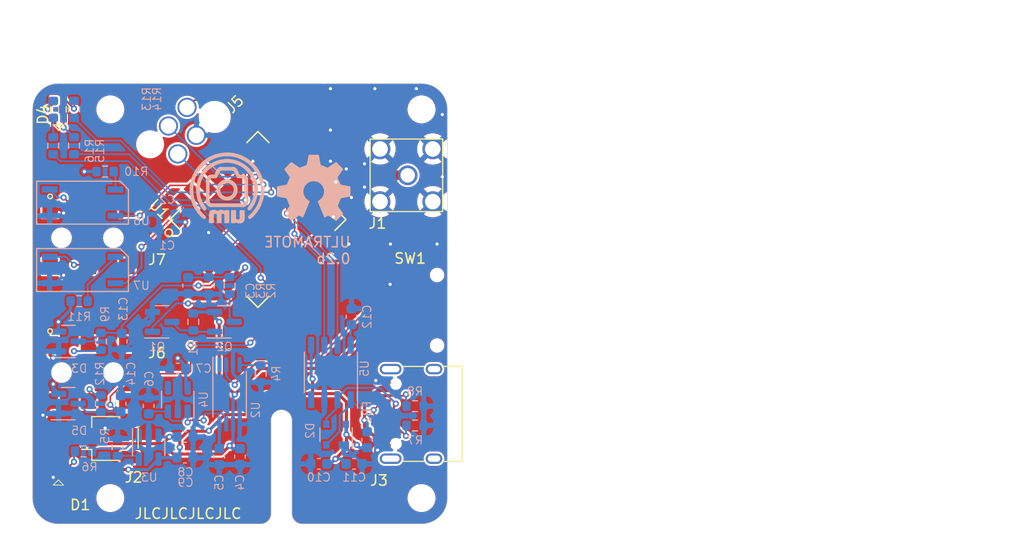
<source format=kicad_pcb>
(kicad_pcb (version 20221018) (generator pcbnew)
  (title_block (date "2023-05-21") (rev "0.2b"))
  (layers (0 "F.Cu" signal) (31 "B.Cu" signal) (34 "B.Paste" user) (35 "F.Paste" user) (36 "B.SilkS" user "B.Silkscreen") (37 "F.SilkS" user "F.Silkscreen") (38 "B.Mask" user) (39 "F.Mask" user) (44 "Edge.Cuts" user))
  (property "date" "2023-02-12")
  (property "version" "0d24bdc")
  (net 0 "")
  (net 1 "+3V3")
  (net 2 "GND")
  (net 3 "+BATT")
  (net 4 "VBUS")
  (net 5 "/LED_B")
  (net 6 "Net-(U2-OUT)")
  (net 7 "/LED_G")
  (net 8 "/BATTERY_ADC")
  (net 9 "Net-(FB1-Pad1)")
  (net 10 "/SWDIO")
  (net 11 "/SWDCLK")
  (net 12 "Net-(U5-V3)")
  (net 13 "Net-(D1-A1)")
  (net 14 "/LED_R")
  (net 15 "Net-(D4-RK)")
  (net 16 "Net-(D4-GK)")
  (net 17 "/INPUT_SLEEVE")
  (net 18 "/INPUT_TIP")
  (net 19 "Net-(D4-BK)")
  (net 20 "Net-(J1-In)")
  (net 21 "Net-(J3-CC1)")
  (net 23 "/USB/USB_D+")
  (net 24 "/USB/USB_D-")
  (net 25 "Net-(J3-CC2)")
  (net 30 "/nRST")
  (net 31 "Net-(J6-PadS)")
  (net 32 "Net-(J6-PadT)")
  (net 35 "Net-(Q1-D)")
  (net 37 "/BATTERY_DIVIDER_ON")
  (net 38 "Net-(Q2-D)")
  (net 39 "Net-(U2-ILIM)")
  (net 40 "Net-(U3-PROG)")
  (net 41 "Net-(R10-Pad2)")
  (net 42 "Net-(R11-Pad2)")
  (net 43 "Net-(R13-Pad1)")
  (net 44 "/power/PWR_ENABLE")
  (net 45 "Net-(U3-STAT)")
  (net 46 "/USB/MCU_UART_RX")
  (net 47 "/USB/MCU_UART_TX")
  (net 48 "/OUTPUT_SLEEVE")
  (net 49 "/OUTPUT_TIP")
  (net 53 "Net-(J7-PadS)")
  (net 55 "Net-(J7-PadT)")
  (footprint "ultramote:lipo403030_300mah" (layer "F.Cu") (at 168.03 77.12)
    (fp_text reference "B1" hide)
    (fp_text value "Battery" hide)
  )
  (footprint "ultramote:PJ-242D-SMT" (layer "F.Cu") (at 87.5 84.891804)
    (fp_text reference "J6")
    (fp_text value "PJ-242D-SMT")
  )
  (footprint "ultramote:USB_C_Receptacle_XKB_U262-16XN-4BVC11" (layer "F.Cu") (at 125.128461 88.878938 90)
    (fp_text reference "J3")
    (fp_text value "USB-C-XKB_U262-16XN")
  )
  (footprint "ultramote:PJ-242D-SMT" (layer "F.Cu") (at 87.5 71.891804)
    (fp_text reference "J7")
    (fp_text value "PJ-242D-SMT")
  )
  (footprint "ultramote:LTST-C195KGJRKT" (layer "F.Cu") (at 90 97 180)
    (fp_text reference "D1")
    (fp_text value "LTST-C195KGJRKT")
  )
  (footprint "MountingHole:MountingHole_2.2mm_M2" (layer "F.Cu") (at 125 59.5)
    (fp_text reference "H2" hide)
    (fp_text value "MountingHole")
  )
  (footprint "ultramote:19-237-R6GHBHC-A01-2T" (layer "F.Cu") (at 90 59.5 -90)
    (fp_text reference "D4")
    (fp_text value "19-237/R6GHBHC-A07/2T")
  )
  (footprint "ultramote:SMA-KWE902" (layer "F.Cu") (at 123.54 65.86 90)
    (fp_text reference "J1")
    (fp_text value "SMA-KWE902")
  )
  (footprint "MountingHole:MountingHole_2.2mm_M2" (layer "F.Cu") (at 95 97)
    (fp_text reference "H3" hide)
    (fp_text value "MountingHole")
  )
  (footprint "ultramote:WR_WST-REDFIT-4P_DEBUG" (layer "F.Cu") (at 101.5 62 45)
    (fp_text reference "J5")
    (fp_text value "WST-REDFIT-4P")
  )
  (footprint "MountingHole:MountingHole_2.2mm_M2" (layer "F.Cu") (at 95 59.5)
    (fp_text reference "H1" hide)
    (fp_text value "MountingHole")
  )
  (footprint "ultramote:LoRa-E5" (layer "F.Cu") (at 109.227359 70.122641 45)
    (fp_text reference "U1")
    (fp_text value "LoRa-E5")
  )
  (footprint "ultramote:SSSS211603" (layer "F.Cu") (at 126.5 78.88 -90)
    (fp_text reference "SW1")
    (fp_text value "SSSS211603")
  )
  (footprint "MountingHole:MountingHole_2.2mm_M2" (layer "F.Cu") (at 125 97)
    (fp_text reference "H4" hide)
    (fp_text value "MountingHole")
  )
  (footprint "Connector_JST:JST_SH_SM02B-SRSS-TB_1x02-1MP_P1.00mm_Horizontal" (layer "F.Cu") (at 95 91.25 90)
    (fp_text reference "J2")
    (fp_text value "SM02B-SRSS-TB")
  )
  (footprint "Resistor_SMD:R_0603_1608Metric" (layer "B.Cu") (at 94.1 81.891804 -90)
    (fp_text reference "R9")
    (fp_text value "1k")
  )
  (footprint "Capacitor_SMD:C_0603_1608Metric" (layer "B.Cu") (at 98.7 88.1 90)
    (fp_text reference "C6")
    (fp_text value "1u")
  )
  (footprint "Capacitor_SMD:C_0603_1608Metric" (layer "B.Cu") (at 102.5 76.5 -90)
    (fp_text reference "C3")
    (fp_text value "0.1u")
  )
  (footprint "Resistor_SMD:R_0603_1608Metric" (layer "B.Cu") (at 89.5 63 90)
    (fp_text reference "R16")
    (fp_text value "220")
  )
  (footprint "Package_TO_SOT_SMD:SOT-23-5" (layer "B.Cu") (at 98.7 92.1 -90)
    (fp_text reference "U3")
    (fp_text value "MCP73831-5-OT")
  )
  (footprint "Resistor_SMD:R_0603_1608Metric" (layer "B.Cu") (at 104.5 76.5 -90)
    (fp_text reference "R3")
    (fp_text value "10k")
  )
  (footprint "Resistor_SMD:R_0603_1608Metric" (layer "B.Cu") (at 92.421539 92.5 180)
    (fp_text reference "R6")
    (fp_text value "220")
  )
  (footprint "Resistor_SMD:R_0603_1608Metric" (layer "B.Cu") (at 124.375 90)
    (fp_text reference "R7")
    (fp_text value "5.1k")
  )
  (footprint "Package_TO_SOT_SMD:SOT-23" (layer "B.Cu") (at 106 80)
    (fp_text reference "Q2")
    (fp_text value "BSS84")
  )
  (footprint "Package_TO_SOT_SMD:SOT-23" (layer "B.Cu") (at 90.9625 81.891804)
    (fp_text reference "D3")
    (fp_text value "BAT54S")
  )
  (footprint "Capacitor_SMD:C_0603_1608Metric" (layer "B.Cu") (at 100.47 69.63 180)
    (fp_text reference "C2")
    (fp_text value "0.1u")
  )
  (footprint "Capacitor_SMD:C_0603_1608Metric" (layer "B.Cu") (at 105.5 93 -90)
    (fp_text reference "C5")
    (fp_text value "0.1u")
  )
  (footprint "Resistor_SMD:R_0603_1608Metric" (layer "B.Cu") (at 94.1 87.891804 90)
    (fp_text reference "R12")
    (fp_text value "1k")
  )
  (footprint "Resistor_SMD:R_0603_1608Metric" (layer "B.Cu") (at 103 80 90)
    (fp_text reference "R1")
    (fp_text value "10k")
  )
  (footprint "Package_SO:TSSOP-8_4.4x3mm_P0.65mm" (layer "B.Cu") (at 106.5 87 -90)
    (fp_text reference "U2")
    (fp_text value "TPS2112APW")
  )
  (footprint "Capacitor_SMD:C_0603_1608Metric" (layer "B.Cu") (at 96.1 81.891804 -90)
    (fp_text reference "C13")
    (fp_text value "0.1u")
  )
  (footprint "Resistor_SMD:R_0603_1608Metric" (layer "B.Cu") (at 109.5 85 -90)
    (fp_text reference "R4")
    (fp_text value "1k")
  )
  (footprint "Package_TO_SOT_SMD:SOT-23" (layer "B.Cu") (at 100 80)
    (fp_text reference "Q1")
    (fp_text value "2N7002")
  )
  (footprint "Capacitor_SMD:C_0603_1608Metric" (layer "B.Cu") (at 102.2 93.1)
    (fp_text reference "C9")
    (fp_text value "4.7u")
  )
  (footprint "Capacitor_SMD:C_0603_1608Metric" (layer "B.Cu") (at 115.1 93.7 180)
    (fp_text reference "C10")
    (fp_text value "4.7u")
  )
  (footprint "Capacitor_SMD:C_0603_1608Metric" (layer "B.Cu") (at 118.25 79.5 90)
    (fp_text reference "C12")
    (fp_text value "0.1u")
  )
  (footprint "Resistor_SMD:R_0603_1608Metric" (layer "B.Cu") (at 94.5 65.5)
    (fp_text reference "R10")
    (fp_text value "220")
  )
  (footprint "Resistor_SMD:R_0603_1608Metric" (layer "B.Cu") (at 91.5 63 90)
    (fp_text reference "R15")
    (fp_text value "220")
  )
  (footprint "Resistor_SMD:R_0603_1608Metric" (layer "B.Cu") (at 91.5 59.5 90)
    (fp_text reference "R14")
    (fp_text value "220")
  )
  (footprint "Capacitor_SMD:C_0603_1608Metric" (layer "B.Cu") (at 100.47 71.13 180)
    (fp_text reference "C1")
    (fp_text value "4.7u")
  )
  (footprint "Resistor_SMD:R_0603_1608Metric" (layer "B.Cu") (at 106.5 76.5 90)
    (fp_text reference "R2")
    (fp_text value "5.1k")
  )
  (footprint "Capacitor_SMD:C_0603_1608Metric" (layer "B.Cu") (at 118.5 93.7)
    (fp_text reference "C11")
    (fp_text value "0.1u")
  )
  (footprint "Package_TO_SOT_SMD:SOT-23-5" (layer "B.Cu") (at 101.5 87.5 90)
    (fp_text reference "U4")
    (fp_text value "TLV70233DBVT")
  )
  (footprint "Package_TO_SOT_SMD:SOT-23" (layer "B.Cu") (at 90.9625 87.891804)
    (fp_text reference "D5")
    (fp_text value "BAT54S")
  )
  (footprint "Resistor_SMD:R_0603_1608Metric" (layer "B.Cu") (at 95.7 92.1 90)
    (fp_text reference "R5")
    (fp_text value "3.3k")
  )
  (footprint "Capacitor_SMD:C_0603_1608Metric" (layer "B.Cu") (at 102.2 91.1)
    (fp_text reference "C8")
    (fp_text value "4.7u")
  )
  (footprint "Resistor_SMD:R_0603_1608Metric" (layer "B.Cu") (at 92 78)
    (fp_text reference "R11")
    (fp_text value "220")
  )
  (footprint "Capacitor_SMD:C_0603_1608Metric" (layer "B.Cu") (at 119.75 91.375 -90)
    (fp_text reference "FB1")
    (fp_text value "MMZ1608B601CTAH0")
  )
  (footprint "Capacitor_SMD:C_0603_1608Metric" (layer "B.Cu") (at 96 87.891804 90)
    (fp_text reference "C14")
    (fp_text value "0.1u")
  )
  (footprint "Capacitor_SMD:C_0603_1608Metric" (layer "B.Cu") (at 101.5 84.5 180)
    (fp_text reference "C7")
    (fp_text value "1u")
  )
  (footprint "Package_TO_SOT_SMD:SOT-143" (layer "B.Cu") (at 116.765 90.875 90)
    (fp_text reference "D2")
    (fp_text value "SP0503BAHTG")
  )
  (footprint "Resistor_SMD:R_0603_1608Metric" (layer "B.Cu") (at 124.375 88.135 180)
    (fp_text reference "R8")
    (fp_text value "5.1k")
  )
  (footprint "ultramote:EL357N-G" (layer "B.Cu") (at 92.325 75.000001 180)
    (fp_text reference "U7")
    (fp_text value "EL357")
  )
  (footprint "Package_SO:SOP-8_3.9x4.9mm_P1.27mm" (layer "B.Cu") (at 116.265 84.875 90)
    (fp_text reference "U5")
    (fp_text value "CH340N")
  )
  (footprint "Resistor_SMD:R_0603_1608Metric" (layer "B.Cu") (at 89.5 59.5 90)
    (fp_text reference "R13")
    (fp_text value "220")
  )
  (footprint "Capacitor_SMD:C_0603_1608Metric" (layer "B.Cu") (at 107.5 93 -90)
    (fp_text reference "C4")
    (fp_text value "0.1u")
  )
  (footprint "ultramote:EL357N-G" (layer "B.Cu") (at 92.325 68.500001 180)
    (fp_text reference "U6")
    (fp_text value "EL357")
  )
  (gr_line (start 104.873186 64.827665) (end 104.990573 64.765008) (stroke (width 0.349999)) (layer "B.SilkS"))
  (gr_line (start 104.442496 68.556431) (end 104.451395 68.571944) (stroke (width 0.349999)) (layer "B.SilkS"))
  (gr_line (start 104.675549 65.983497) (end 104.657947 65.988474) (stroke (width 0.349999)) (layer "B.SilkS"))
  (gr_line (start 104.434336 68.540455) (end 104.442496 68.556431) (stroke (width 0.349999)) (layer "B.SilkS"))
  (gr_line (start 109.046953 67.10543) (end 109.051511 67.234995) (stroke (width 0.349999)) (layer "B.SilkS"))
  (gr_line (start 107.888049 64.25506) (end 108.000345 64.318902) (stroke (width 0.349999)) (layer "B.SilkS"))
  (gr_line (start 104.430309 65.137965) (end 104.536583 65.051439) (stroke (width 0.349999)) (layer "B.SilkS"))
  (gr_line (start 107.019888 64.574055) (end 107.144831 64.612842) (stroke (width 0.349999)) (layer "B.SilkS"))
  (gr_line (start 105.499458 65.310817) (end 105.488138 65.322424) (stroke (width 0.349999)) (layer "B.SilkS"))
  (gr_line (start 108.048603 66.149935) (end 108.038988 66.134909) (stroke (width 0.349999)) (layer "B.SilkS"))
  (gr_line (start 107.980977 66.06788) (end 107.967548 66.056255) (stroke (width 0.349999)) (layer "B.SilkS"))
  (gr_line (start 108.006077 68.628898) (end 108.017702 68.61547) (stroke (width 0.349999)) (layer "B.SilkS"))
  (gr_line (start 106.963985 65.279989) (end 106.95084 65.27116) (stroke (width 0.349999)) (layer "B.SilkS"))
  (gr_line (start 104.506171 66.080129) (end 104.493922 66.092979) (stroke (width 0.349999)) (layer "B.SilkS"))
  (gr_line (start 107.788222 65.976128) (end 107.769642 65.97378) (stroke (width 0.349999)) (layer "B.SilkS"))
  (gr_line (start 108.997589 66.719706) (end 109.019979 66.847564) (stroke (width 0.349999)) (layer "B.SilkS"))
  (gr_line (start 107.741765 64.896289) (end 107.85404 64.970881) (stroke (width 0.349999)) (layer "B.SilkS"))
  (gr_line (start 103.937229 68.849953) (end 103.863167 68.736068) (stroke (width 0.349999)) (layer "B.SilkS"))
  (gr_line (start 108.038988 68.586969) (end 108.048603 68.571944) (stroke (width 0.349999)) (layer "B.SilkS"))
  (gr_line (start 107.005862 66.904789) (end 107.022655 66.941933) (stroke (width 0.349999)) (layer "B.SilkS"))
  (gr_line (start 103.220532 68.876415) (end 103.107859 68.643136) (stroke (width 0.349999)) (layer "B.SilkS"))
  (gr_line (start 105.640014 65.235817) (end 105.623309 65.239434) (stroke (width 0.349999)) (layer "B.SilkS"))
  (gr_line (start 107.82445 65.983497) (end 107.806499 65.979374) (stroke (width 0.349999)) (layer "B.SilkS"))
  (gr_line (start 108.894959 66.343095) (end 108.935066 66.46725) (stroke (width 0.349999)) (layer "B.SilkS"))
  (gr_line (start 106.766223 64.514381) (end 106.893611 64.541234) (stroke (width 0.349999)) (layer "B.SilkS"))
  (gr_line (start 105.748293 67.940287) (end 105.716616 67.915393) (stroke (width 0.349999)) (layer "B.SilkS"))
  (gr_line (start 106.945342 67.737169) (end 106.921963 67.770046) (stroke (width 0.349999)) (layer "B.SilkS"))
  (gr_line (start 102.937197 68.155995) (end 102.879801 67.904346) (stroke (width 0.349999)) (layer "B.SilkS"))
  (gr_line (start 102.822913 67.130366) (end 102.843373 66.869718) (stroke (width 0.349999)) (layer "B.SilkS"))
  (gr_line (start 103.651034 66.220619) (end 103.702887 66.100043) (stroke (width 0.349999)) (layer "B.SilkS"))
  (gr_line (start 107.087461 67.22518) (end 107.088552 67.268332) (stroke (width 0.349999)) (layer "B.SilkS"))
  (gr_line (start 106.293159 66.430878) (end 106.335743 66.434116) (stroke (width 0.349999)) (layer "B.SilkS"))
  (gr_line (start 103.457302 67.494277) (end 103.449906 67.364684) (stroke (width 0.349999)) (layer "B.SilkS"))
  (gr_line (start 105.923609 66.495684) (end 105.961688 66.48067) (stroke (width 0.349999)) (layer "B.SilkS"))
  (gr_line (start 107.980977 68.653997) (end 107.993827 68.641748) (stroke (width 0.349999)) (layer "B.SilkS"))
  (gr_line (start 105.412553 67.311483) (end 105.411462 67.268332) (stroke (width 0.349999)) (layer "B.SilkS"))
  (gr_line (start 108.915527 68.133023) (end 108.871962 68.257375) (stroke (width 0.349999)) (layer "B.SilkS"))
  (gr_line (start 106.576406 68.040979) (end 106.538326 68.055994) (stroke (width 0.349999)) (layer "B.SilkS"))
  (gr_line (start 105.850308 68.005668) (end 105.815192 67.985477) (stroke (width 0.349999)) (layer "B.SilkS"))
  (gr_line (start 108.871962 68.257375) (end 108.822323 68.380078) (stroke (width 0.349999)) (layer "B.SilkS"))
  (gr_line (start 102.884037 66.609587) (end 102.945203 66.351081) (stroke (width 0.349999)) (layer "B.SilkS"))
  (gr_line (start 104.575977 68.696523) (end 104.591489 68.705422) (stroke (width 0.349999)) (layer "B.SilkS"))
  (gr_line (start 106.870713 67.83215) (end 106.842947 67.861272) (stroke (width 0.349999)) (layer "B.SilkS"))
  (gr_line (start 103.605047 66.343095) (end 103.651034 66.220619) (stroke (width 0.349999)) (layer "B.SilkS"))
  (gr_line (start 106.637946 64.493496) (end 106.766223 64.514381) (stroke (width 0.349999)) (layer "B.SilkS"))
  (gr_line (start 107.967548 66.056255) (end 107.953564 66.045277) (stroke (width 0.349999)) (layer "B.SilkS"))
  (gr_line (start 103.733406 68.500909) (end 103.677681 68.380078) (stroke (width 0.349999)) (layer "B.SilkS"))
  (gr_line (start 109.313726 65.726569) (end 109.371228 65.846691) (stroke (width 0.349999)) (layer "B.SilkS"))
  (gr_line (start 106.751721 67.940287) (end 106.718845 67.963666) (stroke (width 0.349999)) (layer "B.SilkS"))
  (gr_line (start 109.216441 68.989997) (end 109.148977 69.101356) (stroke (width 0.349999)) (layer "B.SilkS"))
  (gr_line (start 108.739412 65.981588) (end 108.797119 66.100043) (stroke (width 0.349999)) (layer "B.SilkS"))
  (gr_line (start 109.050098 67.364684) (end 109.042703 67.494277) (stroke (width 0.349999)) (layer "B.SilkS"))
  (gr_line (start 108.521312 64.698475) (end 108.616581 64.785887) (stroke (width 0.349999)) (layer "B.SilkS"))
  (gr_line (start 104.657947 68.733401) (end 104.675549 68.738378) (stroke (width 0.349999)) (layer "B.SilkS"))
  (gr_line (start 106.751721 66.596376) (end 106.783399 66.62127) (stroke (width 0.349999)) (layer "B.SilkS"))
  (gr_line (start 109.562818 68.155995) (end 109.4867 68.402628) (stroke (width 0.349999)) (layer "B.SilkS"))
  (gr_line (start 108.766598 68.500909) (end 108.704774 68.619646) (stroke (width 0.349999)) (layer "B.SilkS"))
  (gr_line (start 104.768334 68.75) (end 107.731665 68.75) (stroke (width 0.349999)) (layer "B.SilkS"))
  (gr_line (start 105.657067 67.861272) (end 105.629302 67.83215) (stroke (width 0.349999)) (layer "B.SilkS"))
  (gr_line (start 104.72669 64.195432) (end 104.962952 64.089156) (stroke (width 0.349999)) (layer "B.SilkS"))
  (gr_line (start 107.993827 66.080129) (end 107.980977 66.06788) (stroke (width 0.349999)) (layer "B.SilkS"))
  (gr_line (start 107.022655 67.59473) (end 107.005862 67.631875) (stroke (width 0.349999)) (layer "B.SilkS"))
  (gr_line (start 107.05355 65.374577) (end 107.033373 65.347425) (stroke (width 0.349999)) (layer "B.SilkS"))
  (gr_line (start 103.480026 66.847564) (end 103.502416 66.719706) (stroke (width 0.349999)) (layer "B.SilkS"))
  (gr_line (start 106.842947 67.861272) (end 106.813825 67.889037) (stroke (width 0.349999)) (layer "B.SilkS"))
  (gr_line (start 105.47736 67.59473) (end 105.462345 67.556651) (stroke (width 0.349999)) (layer "B.SilkS"))
  (gr_line (start 104.049704 65.533427) (end 104.136487 65.428911) (stroke (width 0.349999)) (layer "B.SilkS"))
  (gr_line (start 105.578052 67.770046) (end 105.554673 67.737169) (stroke (width 0.349999)) (layer "B.SilkS"))
  (gr_line (start 104.40217 66.285734) (end 104.399822 66.304314) (stroke (width 0.349999)) (layer "B.SilkS"))
  (gr_line (start 106.377709 66.439449) (end 106.419003 66.446823) (stroke (width 0.349999)) (layer "B.SilkS"))
  (gr_line (start 103.502416 66.719706) (end 103.530725 66.592861) (stroke (width 0.349999)) (layer "B.SilkS"))
  (gr_line (start 108.017702 66.106408) (end 108.006077 66.092979) (stroke (width 0.349999)) (layer "B.SilkS"))
  (gr_line (start 109.051511 67.234995) (end 109.050098 67.364684) (stroke (width 0.349999)) (layer "B.SilkS"))
  (gr_line (start 107.769642 68.748094) (end 107.788222 68.745747) (stroke (width 0.349999)) (layer "B.SilkS"))
  (gr_line (start 104.493922 66.092979) (end 104.482297 66.106408) (stroke (width 0.349999)) (layer "B.SilkS"))
  (gr_line (start 109.516448 66.222788) (end 109.554812 66.351086) (stroke (width 0.349999)) (layer "B.SilkS"))
  (gr_line (start 105.51267 67.668031) (end 105.494152 67.631875) (stroke (width 0.349999)) (layer "B.SilkS"))
  (gr_line (start 107.806499 68.7425) (end 107.82445 68.738378) (stroke (width 0.349999)) (layer "B.SilkS"))
  (gr_line (start 109.554812 66.351086) (end 109.587976 66.480066) (stroke (width 0.349999)) (layer "B.SilkS"))
  (gr_line (start 106.000651 68.069177) (end 105.961688 68.055994) (stroke (width 0.349999)) (layer "B.SilkS"))
  (gr_line (start 108.048603 68.571944) (end 108.057502 68.556431) (stroke (width 0.349999)) (layer "B.SilkS"))
  (gr_line (start 107.000546 65.310817) (end 106.98881 65.299853) (stroke (width 0.349999)) (layer "B.SilkS"))
  (gr_line (start 105.602946 66.73494) (end 105.629302 66.704514) (stroke (width 0.349999)) (layer "B.SilkS"))
  (gr_line (start 104.451395 68.571944) (end 104.461011 68.586969) (stroke (width 0.349999)) (layer "B.SilkS"))
  (gr_line (start 109.656642 66.869721) (end 109.669379 67.000049) (stroke (width 0.349999)) (layer "B.SilkS"))
  (gr_line (start 103.384152 65.383934) (end 103.53602 65.171116) (stroke (width 0.349999)) (layer "B.SilkS"))
  (gr_line (start 106.783399 66.62127) (end 106.813825 66.647626) (stroke (width 0.349999)) (layer "B.SilkS"))
  (gr_line (start 105.207515 64.000729) (end 105.45944 63.930808) (stroke (width 0.349999)) (layer "B.SilkS"))
  (gr_line (start 105.578052 66.766618) (end 105.602946 66.73494) (stroke (width 0.349999)) (layer "B.SilkS"))
  (gr_line (start 104.560951 66.034969) (end 104.546434 66.045277) (stroke (width 0.349999)) (layer "B.SilkS"))
  (gr_line (start 107.037669 67.556651) (end 107.022655 67.59473) (stroke (width 0.349999)) (layer "B.SilkS"))
  (gr_line (start 109.472847 66.095312) (end 109.516448 66.222788) (stroke (width 0.349999)) (layer "B.SilkS"))
  (gr_line (start 106.250007 68.106877) (end 106.206856 68.105786) (stroke (width 0.349999)) (layer "B.SilkS"))
  (gr_line (start 106.509003 64.478578) (end 106.637946 64.493496) (stroke (width 0.349999)) (layer "B.SilkS"))
  (gr_line (start 105.110182 64.708319) (end 105.231791 64.657597) (stroke (width 0.349999)) (layer "B.SilkS"))
  (gr_line (start 104.749216 65.972355) (end 104.730356 65.97378) (stroke (width 0.349999)) (layer "B.SilkS"))
  (gr_line (start 104.327368 65.230459) (end 104.430309 65.137965) (stroke (width 0.349999)) (layer "B.SilkS"))
  (gr_line (start 108.363522 65.428911) (end 108.450304 65.533427) (stroke (width 0.349999)) (layer "B.SilkS"))
  (gr_line (start 107.071516 67.099336) (end 107.07889 67.14063) (stroke (width 0.349999)) (layer "B.SilkS"))
  (gr_line (start 103.546973 68.007242) (end 103.515516 67.880255) (stroke (width 0.349999)) (layer "B.SilkS"))
  (gr_line (start 105.991006 64.478578) (end 106.120394 64.469627) (stroke (width 0.349999)) (layer "B.SilkS"))
  (gr_line (start 103.96871 65.641175) (end 104.049704 65.533427) (stroke (width 0.349999)) (layer "B.SilkS"))
  (gr_line (start 108.704774 68.619646) (end 108.636837 68.736068) (stroke (width 0.349999)) (layer "B.SilkS"))
  (gr_line (start 107.108305 65.466153) (end 107.090797 65.434219) (stroke (width 0.349999)) (layer "B.SilkS"))
  (gr_line (start 105.886464 66.512477) (end 105.923609 66.495684) (stroke (width 0.349999)) (layer "B.SilkS"))
  (gr_line (start 107.062153 67.058767) (end 107.071516 67.099336) (stroke (width 0.349999)) (layer "B.SilkS"))
  (gr_line (start 108.000345 64.318902) (end 108.110098 64.386878) (stroke (width 0.349999)) (layer "B.SilkS"))
  (gr_line (start 104.136487 65.428911) (end 104.229046 65.327847) (stroke (width 0.349999)) (layer "B.SilkS"))
  (gr_line (start 103.846585 69.715088) (end 103.664361 69.521799) (stroke (width 0.349999)) (layer "B.SilkS"))
  (gr_line (start 109.615978 66.609591) (end 109.638854 66.739522) (stroke (width 0.349999)) (layer "B.SilkS"))
  (gr_line (start 107.072618 65.403602) (end 107.05355 65.374577) (stroke (width 0.349999)) (layer "B.SilkS"))
  (gr_line (start 106.892739 65.244008) (end 106.876695 65.239434) (stroke (width 0.349999)) (layer "B.SilkS"))
  (gr_line (start 108.882425 65.069638) (end 108.963995 65.17112) (stroke (width 0.349999)) (layer "B.SilkS"))
  (gr_line (start 105.623309 65.239434) (end 105.607265 65.244008) (stroke (width 0.349999)) (layer "B.SilkS"))
  (gr_line (start 108.963995 65.17112) (end 109.041847 65.275914) (stroke (width 0.349999)) (layer "B.SilkS"))
  (gr_line (start 105.923609 68.040979) (end 105.886464 68.024187) (stroke (width 0.349999)) (layer "B.SilkS"))
  (gr_line (start 106.377709 68.097215) (end 106.335743 68.102548) (stroke (width 0.349999)) (layer "B.SilkS"))
  (gr_line (start 104.506171 68.641748) (end 104.519021 68.653997) (stroke (width 0.349999)) (layer "B.SilkS"))
  (gr_line (start 104.493922 68.628898) (end 104.506171 68.641748) (stroke (width 0.349999)) (layer "B.SilkS"))
  (gr_line (start 108.822323 68.380078) (end 108.766598 68.500909) (stroke (width 0.349999)) (layer "B.SilkS"))
  (gr_line (start 108.079676 68.507204) (end 108.085483 68.489974) (stroke (width 0.349999)) (layer "B.SilkS"))
  (gr_line (start 104.10378 69.069222) (end 104.017429 68.961078) (stroke (width 0.349999)) (layer "B.SilkS"))
  (gr_line (start 108.835654 69.521799) (end 108.746642 69.61997) (stroke (width 0.349999)) (layer "B.SilkS"))
  (gr_line (start 103.248095 65.609343) (end 103.384152 65.383934) (stroke (width 0.349999)) (layer "B.SilkS"))
  (gr_line (start 105.694379 65.231046) (end 105.675522 65.231588) (stroke (width 0.349999)) (layer "B.SilkS"))
  (gr_line (start 106.967153 66.833516) (end 106.987344 66.868632) (stroke (width 0.349999)) (layer "B.SilkS"))
  (gr_line (start 106.61355 66.512477) (end 106.649707 66.530995) (stroke (width 0.349999)) (layer "B.SilkS"))
  (gr_line (start 104.471319 66.120392) (end 104.461011 66.134909) (stroke (width 0.349999)) (layer "B.SilkS"))
  (gr_line (start 106.897069 66.73494) (end 106.921963 66.766618) (stroke (width 0.349999)) (layer "B.SilkS"))
  (gr_line (start 104.398397 66.323174) (end 104.397917 66.342292) (stroke (width 0.349999)) (layer "B.SilkS"))
  (gr_line (start 109.587976 66.480066) (end 109.615978 66.609591) (stroke (width 0.349999)) (layer "B.SilkS"))
  (gr_line (start 104.40217 68.436146) (end 104.405416 68.454422) (stroke (width 0.349999)) (layer "B.SilkS"))
  (gr_line (start 105.733786 64.514381) (end 105.862063 64.493496) (stroke (width 0.349999)) (layer "B.SilkS"))
  (gr_line (start 103.53602 65.171116) (end 103.70276 64.971547) (stroke (width 0.349999)) (layer "B.SilkS"))
  (gr_line (start 106.85999 65.235817) (end 106.842594 65.23319) (stroke (width 0.349999)) (layer "B.SilkS"))
  (gr_line (start 105.35781 65.532849) (end 105.323962 65.601463) (stroke (width 0.349999)) (layer "B.SilkS"))
  (gr_line (start 103.824143 65.865478) (end 103.893519 65.751933) (stroke (width 0.349999)) (layer "B.SilkS"))
  (gr_line (start 106.538326 68.055994) (end 106.499364 68.069177) (stroke (width 0.349999)) (layer "B.SilkS"))
  (gr_line (start 102.843373 66.869718) (end 102.884037 66.609587) (stroke (width 0.349999)) (layer "B.SilkS"))
  (gr_line (start 103.760595 65.981588) (end 103.824143 65.865478) (stroke (width 0.349999)) (layer "B.SilkS"))
  (gr_line (start 108.270963 65.327847) (end 108.363522 65.428911) (stroke (width 0.349999)) (layer "B.SilkS"))
  (gr_line (start 106.805625 65.231046) (end 105.694379 65.231046) (stroke (width 0.349999)) (layer "B.SilkS"))
  (gr_line (start 106.518389 63.849115) (end 106.650934 63.862064) (stroke (width 0.349999)) (layer "B.SilkS"))
  (gr_line (start 107.939048 66.034969) (end 107.924022 66.025353) (stroke (width 0.349999)) (layer "B.SilkS"))
  (gr_line (start 107.176042 65.601463) (end 107.142194 65.532849) (stroke (width 0.349999)) (layer "B.SilkS"))
  (gr_line (start 105.71779 63.880051) (end 105.981625 63.849115) (stroke (width 0.349999)) (layer "B.SilkS"))
  (gr_line (start 108.073062 68.524039) (end 108.079676 68.507204) (stroke (width 0.349999)) (layer "B.SilkS"))
  (gr_line (start 106.250005 64.466643) (end 106.379615 64.469627) (stroke (width 0.349999)) (layer "B.SilkS"))
  (gr_line (start 105.446454 65.374577) (end 105.427386 65.403602) (stroke (width 0.349999)) (layer "B.SilkS"))
  (gr_line (start 108.057502 68.556431) (end 108.065663 68.540455) (stroke (width 0.349999)) (layer "B.SilkS"))
  (gr_line (start 107.859281 65.99428) (end 107.842051 65.988474) (stroke (width 0.349999)) (layer "B.SilkS"))
  (gr_line (start 107.963426 65.051439) (end 108.069701 65.137965) (stroke (width 0.349999)) (layer "B.SilkS"))
  (gr_line (start 103.463567 66.976213) (end 103.480026 66.847564) (stroke (width 0.349999)) (layer "B.SilkS"))
  (gr_line (start 108.708601 64.876939) (end 108.797255 64.971551) (stroke (width 0.349999)) (layer "B.SilkS"))
  (gr_line (start 107.537063 64.089157) (end 107.65629 64.140105) (stroke (width 0.349999)) (layer "B.SilkS"))
  (gr_line (start 109.019979 66.847564) (end 109.036438 66.976213) (stroke (width 0.349999)) (layer "B.SilkS"))
  (gr_line (start 106.459572 68.080477) (end 106.419003 68.08984) (stroke (width 0.349999)) (layer "B.SilkS"))
  (gr_line (start 103.490094 67.752284) (end 103.470693 67.623551) (stroke (width 0.349999)) (layer "B.SilkS"))
  (gr_line (start 109.677101 67.130368) (end 109.679847 67.26054) (stroke (width 0.349999)) (layer "B.SilkS"))
  (gr_line (start 104.962952 64.089156) (end 105.207515 64.000729) (stroke (width 0.349999)) (layer "B.SilkS"))
  (gr_line (start 108.100176 68.417566) (end 108.101601 68.398706) (stroke (width 0.349999)) (layer "B.SilkS"))
  (gr_line (start 102.879801 67.904346) (end 102.841424 67.648786) (stroke (width 0.349999)) (layer "B.SilkS"))
  (gr_line (start 107.82445 68.738378) (end 107.842051 68.733401) (stroke (width 0.349999)) (layer "B.SilkS"))
  (gr_line (start 106.040443 66.456186) (end 106.081012 66.446823) (stroke (width 0.349999)) (layer "B.SilkS"))
  (gr_line (start 108.065663 66.181424) (end 108.057502 66.165447) (stroke (width 0.349999)) (layer "B.SilkS"))
  (gr_line (start 105.412553 67.22518) (end 105.415791 67.182596) (stroke (width 0.349999)) (layer "B.SilkS"))
  (gr_line (start 103.107859 68.643136) (end 103.013315 68.402627) (stroke (width 0.349999)) (layer "B.SilkS"))
  (gr_line (start 105.629302 66.704514) (end 105.657067 66.675392) (stroke (width 0.349999)) (layer "B.SilkS"))
  (gr_line (start 105.523372 65.289565) (end 105.511194 65.299853) (stroke (width 0.349999)) (layer "B.SilkS"))
  (gr_line (start 107.033373 65.347425) (end 107.0228 65.334639) (stroke (width 0.349999)) (layer "B.SilkS"))
  (gr_line (start 103.448494 67.234995) (end 103.453052 67.10543) (stroke (width 0.349999)) (layer "B.SilkS"))
  (gr_line (start 108.321498 64.534902) (end 108.422912 64.614786) (stroke (width 0.349999)) (layer "B.SilkS"))
  (gr_line (start 108.038988 66.134909) (end 108.02868 66.120392) (stroke (width 0.349999)) (layer "B.SilkS"))
  (gr_line (start 105.511194 65.299853) (end 105.499458 65.310817) (stroke (width 0.349999)) (layer "B.SilkS"))
  (gr_line (start 105.494152 66.904789) (end 105.51267 66.868632) (stroke (width 0.349999)) (layer "B.SilkS"))
  (gr_line (start 108.085483 68.489974) (end 108.090459 68.472373) (stroke (width 0.349999)) (layer "B.SilkS"))
  (gr_line (start 109.148977 69.101356) (end 109.07713 69.210354) (stroke (width 0.349999)) (layer "B.SilkS"))
  (gr_line (start 106.967153 67.703147) (end 106.945342 67.737169) (stroke (width 0.349999)) (layer "B.SilkS"))
  (gr_line (start 104.420322 68.507204) (end 104.426937 68.524039) (stroke (width 0.349999)) (layer "B.SilkS"))
  (gr_line (start 108.100176 66.304314) (end 108.097829 66.285734) (stroke (width 0.349999)) (layer "B.SilkS"))
  (gr_line (start 104.675549 68.738378) (end 104.693499 68.7425) (stroke (width 0.349999)) (layer "B.SilkS"))
  (gr_line (start 106.684822 66.551186) (end 106.718845 66.572997) (stroke (width 0.349999)) (layer "B.SilkS"))
  (gr_line (start 103.702887 66.100043) (end 103.760595 65.981588) (stroke (width 0.349999)) (layer "B.SilkS"))
  (gr_line (start 104.399822 66.304314) (end 104.398397 66.323174) (stroke (width 0.349999)) (layer "B.SilkS"))
  (gr_line (start 104.461011 66.134909) (end 104.451395 66.149935) (stroke (width 0.349999)) (layer "B.SilkS"))
  (gr_line (start 105.488138 65.322424) (end 105.466631 65.347425) (stroke (width 0.349999)) (layer "B.SilkS"))
  (gr_line (start 108.797255 64.971551) (end 108.882425 65.069638) (stroke (width 0.349999)) (layer "B.SilkS"))
  (gr_line (start 105.47736 66.941933) (end 105.494152 66.904789) (stroke (width 0.349999)) (layer "B.SilkS"))
  (gr_line (start 105.577055 65.255882) (end 105.562833 65.263113) (stroke (width 0.349999)) (layer "B.SilkS"))
  (gr_line (start 108.606488 65.751933) (end 108.675864 65.865478) (stroke (width 0.349999)) (layer "B.SilkS"))
  (gr_line (start 107.084223 67.354068) (end 107.07889 67.396033) (stroke (width 0.349999)) (layer "B.SilkS"))
  (gr_line (start 105.449162 67.018975) (end 105.462345 66.980013) (stroke (width 0.349999)) (layer "B.SilkS"))
  (gr_line (start 107.842051 65.988474) (end 107.82445 65.983497) (stroke (width 0.349999)) (layer "B.SilkS"))
  (gr_line (start 106.976632 65.289565) (end 106.963985 65.279989) (stroke (width 0.349999)) (layer "B.SilkS"))
  (gr_line (start 106.419003 68.08984) (end 106.377709 68.097215) (stroke (width 0.349999)) (layer "B.SilkS"))
  (gr_line (start 104.730356 68.748094) (end 104.749216 68.74952) (stroke (width 0.349999)) (layer "B.SilkS"))
  (gr_line (start 106.459572 66.456186) (end 106.499364 66.467486) (stroke (width 0.349999)) (layer "B.SilkS"))
  (gr_poly (pts (xy 114.156911 63.87667) (xy 114.154897 63.87682) (xy 114.152892 63.877067) (xy 114.150901 63.877407) (xy 114.148925 63.87784) (xy 114.146968 63.878362) (xy 114.145034 63.87897) (xy 114.143124 63.879664) (xy 114.141242 63.880439) (xy 114.139391 63.881293) (xy 114.137574 63.882225) (xy 114.135794 63.883231) (xy 114.134053 63.884309) (xy 114.132356 63.885457) (xy 114.130704 63.886671) (xy 114.129101 63.887951) (xy 114.12755 63.889292) (xy 114.126053 63.890694) (xy 114.124615 63.892152) (xy 114.123237 63.893665) (xy 114.121923 63.895231) (xy 114.120675 63.896846) (xy 114.119497 63.898509) (xy 114.118392 63.900217) (xy 114.117363 63.901967) (xy 114.116412 63.903757) (xy 114.115543 63.905584) (xy 114.114758 63.907446) (xy 114.114061 63.909341) (xy 114.113455 63.911266) (xy 114.112942 63.913219) (xy 114.112525 63.915196) (xy 113.945044 64.814938) (xy 113.94462 64.816932) (xy 113.944107 64.818932) (xy 113.942819 64.82294) (xy 113.941203 64.826935) (xy 113.939282 64.830892) (xy 113.937077 64.834784) (xy 113.934612 64.838584) (xy 113.931909 64.842268) (xy 113.92899 64.845809) (xy 113.925879 64.84918) (xy 113.922597 64.852356) (xy 113.919168 64.85531) (xy 113.915613 64.858017) (xy 113.911956 64.860449) (xy 113.908218 64.862582) (xy 113.906327 64.863528) (xy 113.904424 64.864389) (xy 113.902512 64.865162) (xy 113.900594 64.865844) (xy 113.297556 65.1127) (xy 113.293809 65.11435) (xy 113.289836 65.115727) (xy 113.285671 65.116836) (xy 113.281349 65.117677) (xy 113.276905 65.118254) (xy 113.272375 65.118569) (xy 113.267792 65.118624) (xy 113.263193 65.118422) (xy 113.258611 65.117965) (xy 113.254083 65.117256) (xy 113.249642 65.116296) (xy 113.245324 65.115089) (xy 113.241164 65.113637) (xy 113.237197 65.111941) (xy 113.233458 65.110006) (xy 113.229981 65.107832) (xy 112.478299 64.592) (xy 112.476606 64.590897) (xy 112.474863 64.58988) (xy 112.473073 64.588949) (xy 112.471241 64.588102) (xy 112.469371 64.587341) (xy 112.467465 64.586663) (xy 112.465528 64.58607) (xy 112.463565 64.585561) (xy 112.461578 64.585135) (xy 112.459571 64.584792) (xy 112.455515 64.584354) (xy 112.451427 64.584244) (xy 112.447337 64.58446) (xy 112.443276 64.584998) (xy 112.439275 64.585855) (xy 112.435364 64.587029) (xy 112.433453 64.587734) (xy 112.431575 64.588518) (xy 112.429735 64.589379) (xy 112.427937 64.590318) (xy 112.426184 64.591333) (xy 112.424481 64.592426) (xy 112.422831 64.593595) (xy 112.421238 64.59484) (xy 112.419706 64.59616) (xy 112.418239 64.597557) (xy 111.785197 65.230599) (xy 111.783801 65.232066) (xy 111.782481 65.233599) (xy 111.781238 65.235192) (xy 111.780071 65.236843) (xy 111.77898 65.238547) (xy 111.777967 65.240301) (xy 111.776173 65.243943) (xy 111.774691 65.247736) (xy 111.773523 65.251651) (xy 111.772672 65.255657) (xy 111.77214 65.259723) (xy 111.771929 65.263817) (xy 111.772041 65.267911) (xy 111.77248 65.271971) (xy 111.773246 65.275969) (xy 111.774343 65.279873) (xy 111.775016 65.281779) (xy 111.775773 65.283651) (xy 111.776614 65.285484) (xy 111.777538 65.287275) (xy 111.778547 65.289019) (xy 111.779641 65.290712) (xy 112.286477 66.029429) (xy 112.288657 66.03292) (xy 112.290591 66.036666) (xy 112.292279 66.040631) (xy 112.293716 66.044782) (xy 112.294902 66.049084) (xy 112.295834 66.053504) (xy 112.29651 66.058008) (xy 112.296928 66.062561) (xy 112.297085 66.06713) (xy 112.29698 66.07168) (xy 112.296609 66.076177) (xy 112.295972 66.080588) (xy 112.295066 66.084879) (xy 112.293888 66.089014) (xy 112.292437 66.092961) (xy 112.29071 66.096686) (xy 112.024063 66.718774) (xy 112.02254 66.722594) (xy 112.020668 66.726379) (xy 112.018472 66.730106) (xy 112.015981 66.733754) (xy 112.013219 66.737298) (xy 112.010214 66.740718) (xy 112.006991 66.74399) (xy 112.003578 66.747091) (xy 112 66.75) (xy 111.996284 66.752693) (xy 111.992457 66.755148) (xy 111.988545 66.757343) (xy 111.984574 66.759254) (xy 111.980572 66.76086) (xy 111.976563 66.762138) (xy 111.972575 66.763065) (xy 111.102678 66.924831) (xy 111.100706 66.925257) (xy 111.098758 66.925778) (xy 111.096837 66.926393) (xy 111.094946 66.927097) (xy 111.093087 66.927888) (xy 111.091264 66.928762) (xy 111.089477 66.929718) (xy 111.08773 66.930752) (xy 111.084366 66.933042) (xy 111.08119 66.935609) (xy 111.078223 66.93843) (xy 111.075486 66.94148) (xy 111.072996 66.944737) (xy 111.070776 66.948177) (xy 111.068844 66.951776) (xy 111.067992 66.953629) (xy 111.06722 66.955512) (xy 111.06653 66.957423) (xy 111.065925 66.95936) (xy 111.065406 66.961319) (xy 111.064978 66.963297) (xy 111.064641 66.965292) (xy 111.064399 66.9673) (xy 111.064254 66.969319) (xy 111.064208 66.971345) (xy 111.064313 67.866642) (xy 111.064364 67.868664) (xy 111.064514 67.870679) (xy 111.064761 67.872685) (xy 111.065103 67.874679) (xy 111.065536 67.876656) (xy 111.06606 67.878616) (xy 111.06667 67.880553) (xy 111.067364 67.882466) (xy 111.068141 67.884352) (xy 111.068997 67.886207) (xy 111.06993 67.888027) (xy 111.070938 67.889812) (xy 111.072018 67.891556) (xy 111.073167 67.893258) (xy 111.074383 67.894913) (xy 111.075664 67.89652) (xy 111.077007 67.898075) (xy 111.078409 67.899575) (xy 111.079869 67.901017) (xy 111.081382 67.902397) (xy 111.082948 67.903714) (xy 111.084564 67.904964) (xy 111.086226 67.906143) (xy 111.087933 67.90725) (xy 111.089682 67.90828) (xy 111.09147 67.909231) (xy 111.093295 67.910099) (xy 111.095155 67.910883) (xy 111.097047 67.911578) (xy 111.098968 67.912181) (xy 111.100917 67.912691) (xy 111.10289 67.913103) (xy 111.951409 68.071006) (xy 111.953406 68.071415) (xy 111.955408 68.071917) (xy 111.957411 68.072509) (xy 111.959412 68.073188) (xy 111.963394 68.074793) (xy 111.967331 68.076711) (xy 111.971196 68.078918) (xy 111.974963 68.081391) (xy 111.978609 68.084106) (xy 111.982107 68.08704) (xy 111.985432 68.09017) (xy 111.988558 68.093473) (xy 111.991461 68.096926) (xy 111.994115 68.100504) (xy 111.996494 68.104186) (xy 111.998574 68.107947) (xy 112.000328 68.111764) (xy 112.001076 68.113687) (xy 112.001732 68.115615) (xy 112.266633 68.777338) (xy 112.268272 68.781101) (xy 112.269638 68.785088) (xy 112.270734 68.789262) (xy 112.271563 68.793589) (xy 112.272128 68.798035) (xy 112.272431 68.802565) (xy 112.272475 68.807145) (xy 112.272262 68.81174) (xy 112.271796 68.816316) (xy 112.271079 68.820838) (xy 112.270113 68.825272) (xy 112.268903 68.829584) (xy 112.267449 68.833738) (xy 112.265755 68.8377) (xy 112.263824 68.841437) (xy 112.261659 68.844912) (xy 111.779641 69.547275) (xy 111.778538 69.548969) (xy 111.777521 69.550713) (xy 111.776589 69.552504) (xy 111.775743 69.554338) (xy 111.774981 69.556211) (xy 111.774304 69.55812) (xy 111.773711 69.560059) (xy 111.773202 69.562027) (xy 111.772776 69.564018) (xy 111.772433 69.566028) (xy 111.771995 69.570093) (xy 111.771885 69.574191) (xy 111.7721 69.578291) (xy 111.772638 69.582362) (xy 111.773496 69.586372) (xy 111.77467 69.590292) (xy 111.775375 69.592208) (xy 111.776158 69.594089) (xy 111.777019 69.595933) (xy 111.777958 69.597734) (xy 111.778974 69.599489) (xy 111.780066 69.601195) (xy 111.781235 69.602847) (xy 111.78248 69.604441) (xy 111.783801 69.605974) (xy 111.785197 69.607442) (xy 112.418345 70.240483) (xy 112.419803 70.24187) (xy 112.421327 70.243182) (xy 112.422913 70.244418) (xy 112.424557 70.24558) (xy 112.426255 70.246665) (xy 112.428004 70.247674) (xy 112.431636 70.249463) (xy 112.435424 70.250943) (xy 112.439334 70.252111) (xy 112.443338 70.252965) (xy 112.447403 70.253501) (xy 112.451498 70.253718) (xy 112.455593 70.253611) (xy 112.459656 70.25318) (xy 112.463656 70.25242) (xy 112.467562 70.251328) (xy 112.46947 70.250658) (xy 112.471343 70.249903) (xy 112.473177 70.249064) (xy 112.474968 70.248141) (xy 112.476712 70.247133) (xy 112.478406 70.24604) (xy 113.168386 69.772489) (xy 113.171854 69.77033) (xy 113.175569 69.768436) (xy 113.179496 69.76681) (xy 113.183603 69.765451) (xy 113.187854 69.764359) (xy 113.192217 69.763537) (xy 113.196657 69.762983) (xy 113.201141 69.762699) (xy 113.205635 69.762686) (xy 113.210105 69.762943) (xy 113.214518 69.763472) (xy 113.218839 69.764274) (xy 113.223034 69.765348) (xy 113.227071 69.766695) (xy 113.230915 69.768317) (xy 113.234532 69.770214) (xy 113.538802 69.932667) (xy 113.540622 69.933533) (xy 113.542456 69.934293) (xy 113.544303 69.93495) (xy 113.546158 69.935505) (xy 113.548019 69.935959) (xy 113.549882 69.936313) (xy 113.551745 69.936568) (xy 113.553603 69.936726) (xy 113.555455 69.936787) (xy 113.557297 69.936753) (xy 113.559125 69.936624) (xy 113.560936 69.936403) (xy 113.562728 69.93609) (xy 113.564497 69.935687) (xy 113.566239 69.935194) (xy 113.567953 69.934612) (xy 113.569634 69.933944) (xy 113.57128 69.933189) (xy 113.572887 69.93235) (xy 113.574452 69.931427) (xy 113.575971 69.930422) (xy 113.577443 69.929335) (xy 113.578863 69.928169) (xy 113.580229 69.926923) (xy 113.581537 69.925599) (xy 113.582784 69.924199) (xy 113.583967 69.922723) (xy 113.585082 69.921173) (xy 113.586127 69.91955) (xy 113.587099 69.917855) (xy 113.587994 69.916089) (xy 113.588809 69.914253) (xy 114.216136 68.398296) (xy 114.216861 68.39641) (xy 114.217491 68.394496) (xy 114.218025 68.392556) (xy 114.218466 68.390595) (xy 114.218814 68.388617) (xy 114.219071 68.386624) (xy 114.219238 68.38462) (xy 114.219316 68.382609) (xy 114.219306 68.380595) (xy 114.219211 68.378582) (xy 114.21903 68.376572) (xy 114.218765 68.374569) (xy 114.218417 68.372577) (xy 114.217988 68.3706) (xy 114.217479 68.368642) (xy 114.21689 68.366705) (xy 114.216224 68.364793) (xy 114.215481 68.362911) (xy 114.214663 68.361061) (xy 114.21377 68.359247) (xy 114.212805 68.357473) (xy 114.211768 68.355743) (xy 114.21066 68.35406) (xy 114.209483 68.352427) (xy 114.208238 68.350849) (xy 114.206927 68.349328) (xy 114.205549 68.347869) (xy 114.204108 68.346475) (xy 114.202603 68.34515) (xy 114.201036 68.343897) (xy 114.199408 68.34272) (xy 114.197721 68.341622) (xy 114.121574 68.295003) (xy 114.116093 68.291512) (xy 114.110241 68.287528) (xy 114.104129 68.283138) (xy 114.097867 68.278427) (xy 114.091565 68.273483) (xy 114.085334 68.268392) (xy 114.079284 68.263242) (xy 114.073526 68.25812) (xy 114.023118 68.223617) (xy 113.97501 68.186154) (xy 113.929335 68.145864) (xy 113.886222 68.102875) (xy 113.845804 68.05732) (xy 113.808212 68.009328) (xy 113.773576 67.959029) (xy 113.742029 67.906555) (xy 113.713702 67.852035) (xy 113.688725 67.795601) (xy 113.667231 67.737383) (xy 113.649351 67.677512) (xy 113.635215 67.616117) (xy 113.624955 67.55333) (xy 113.618703 67.489281) (xy 113.61659 67.4241) (xy 113.617879 67.373148) (xy 113.621702 67.322864) (xy 113.627998 67.273312) (xy 113.636706 67.224553) (xy 113.647761 67.176649) (xy 113.661103 67.129664) (xy 113.676669 67.083658) (xy 113.694397 67.038695) (xy 113.714224 66.994836) (xy 113.736089 66.952144) (xy 113.759929 66.91068) (xy 113.785682 66.870508) (xy 113.813286 66.831689) (xy 113.842678 66.794285) (xy 113.873797 66.758359) (xy 113.90658 66.723973) (xy 113.940965 66.691189) (xy 113.976889 66.660069) (xy 114.014291 66.630676) (xy 114.053109 66.603071) (xy 114.093279 66.577318) (xy 114.13474 66.553477) (xy 114.17743 66.531612) (xy 114.221286 66.511784) (xy 114.266247 66.494056) (xy 114.312249 66.47849) (xy 114.359231 66.465148) (xy 114.407131 66.454092) (xy 114.455886 66.445385) (xy 114.505434 66.439088) (xy 114.555713 66.435265) (xy 114.606661 66.433977) (xy 114.657609 66.435265) (xy 114.707888 66.439088) (xy 114.757437 66.445385) (xy 114.806193 66.454092) (xy 114.854094 66.465148) (xy 114.901078 66.47849) (xy 114.947082 66.494056) (xy 114.992044 66.511784) (xy 115.035902 66.531612) (xy 115.078594 66.553477) (xy 115.120057 66.577318) (xy 115.16023 66.603071) (xy 115.19905 66.630676) (xy 115.236454 66.660069) (xy 115.272381 66.691189) (xy 115.306768 66.723973) (xy 115.339554 66.758359) (xy 115.370675 66.794285) (xy 115.40007 66.831689) (xy 115.427676 66.870508) (xy 115.453431 66.91068) (xy 115.477273 66.952144) (xy 115.49914 66.994836) (xy 115.51897 67.038695) (xy 115.536699 67.083658) (xy 115.552267 67.129664) (xy 115.56561 67.176649) (xy 115.576667 67.224553) (xy 115.585375 67.273312) (xy 115.591672 67.322864) (xy 115.595496 67.373148) (xy 115.596785 67.4241) (xy 115.596253 67.456824) (xy 115.594671 67.489281) (xy 115.592053 67.521455) (xy 115.588417 67.55333) (xy 115.583779 67.584889) (xy 115.578155 67.616117) (xy 115.571562 67.646997) (xy 115.564017 67.677512) (xy 115.555535 67.707646) (xy 115.546133 67.737383) (xy 115.535828 67.766707) (xy 115.524635 67.795601) (xy 115.512573 67.82405) (xy 115.499656 67.852035) (xy 115.471326 67.906555) (xy 115.439777 67.959029) (xy 115.40514 68.009328) (xy 115.367547 68.05732) (xy 115.32713 68.102876) (xy 115.28402 68.145864) (xy 115.238349 68.186154) (xy 115.190248 68.223617) (xy 115.139849 68.25812) (xy 115.134058 68.263242) (xy 115.127987 68.268392) (xy 115.121743 68.273482) (xy 115.115435 68.278426) (xy 115.109168 68.283137) (xy 115.103051 68.287528) (xy 115.097191 68.291512) (xy 115.091695 68.295003) (xy 115.015548 68.341622) (xy 115.013851 68.34272) (xy 115.012215 68.343897) (xy 115.010641 68.34515) (xy 115.009129 68.346475) (xy 115.007681 68.347869) (xy 115.006298 68.349328) (xy 115.003733 68.352427) (xy 115.001444 68.355743) (xy 114.999438 68.359247) (xy 114.997727 68.362911) (xy 114.996319 68.366705) (xy 114.995225 68.3706) (xy 114.994453 68.374569) (xy 114.994014 68.378582) (xy 114.993916 68.382609) (xy 114.994169 68.386624) (xy 114.994431 68.388617) (xy 114.994784 68.390595) (xy 114.995229 68.392556) (xy 114.995768 68.394496) (xy 114.996403 68.39641) (xy 114.997133 68.398296) (xy 115.624513 69.9142) (xy 115.625328 69.916036) (xy 115.626223 69.917803) (xy 115.627195 69.919499) (xy 115.628242 69.921123) (xy 115.629358 69.922674) (xy 115.630542 69.924151) (xy 115.631791 69.925553) (xy 115.6331 69.926878) (xy 115.634467 69.928125) (xy 115.635889 69.929294) (xy 115.637363 69.930382) (xy 115.638884 69.931389) (xy 115.640451 69.932313) (xy 115.642059 69.933154) (xy 115.643706 69.93391) (xy 115.645389 69.93458) (xy 115.647103 69.935162) (xy 115.648847 69.935656) (xy 115.650617 69.93606) (xy 115.652409 69.936374) (xy 115.654221 69.936595) (xy 115.656049 69.936724) (xy 115.65789 69.936757) (xy 115.659741 69.936695) (xy 115.661598 69.936537) (xy 115.663459 69.93628) (xy 115.66532 69.935924) (xy 115.667179 69.935468) (xy 115.669031 69.93491) (xy 115.670874 69.93425) (xy 115.672704 69.933485) (xy 115.674519 69.932615) (xy 115.97879 69.770161) (xy 115.982398 69.768265) (xy 115.986236 69.766645) (xy 115.990268 69.7653) (xy 115.994461 69.764228) (xy 115.998781 69.76343) (xy 116.003193 69.762905) (xy 116.007665 69.76265) (xy 116.012161 69.762667) (xy 116.016647 69.762953) (xy 116.021091 69.763508) (xy 116.025457 69.76433) (xy 116.029712 69.765421) (xy 116.033821 69.766777) (xy 116.037751 69.768399) (xy 116.041467 69.770286) (xy 116.044936 69.772436) (xy 116.734863 70.245988) (xy 116.736561 70.247081) (xy 116.73831 70.248089) (xy 116.740104 70.249012) (xy 116.741941 70.249851) (xy 116.743817 70.250605) (xy 116.745727 70.251276) (xy 116.747668 70.251863) (xy 116.749636 70.252367) (xy 116.751627 70.252788) (xy 116.753638 70.253127) (xy 116.757702 70.253559) (xy 116.761797 70.253665) (xy 116.765892 70.253449) (xy 116.769957 70.252912) (xy 116.773961 70.252058) (xy 116.777873 70.25089) (xy 116.779785 70.250189) (xy 116.781662 70.24941) (xy 116.783501 70.248555) (xy 116.785298 70.247622) (xy 116.787049 70.246613) (xy 116.788749 70.245527) (xy 116.790396 70.244366) (xy 116.791986 70.243129) (xy 116.793514 70.241818) (xy 116.794977 70.240431) (xy 117.428124 69.607389) (xy 117.429516 69.605921) (xy 117.430832 69.604388) (xy 117.432073 69.602794) (xy 117.433238 69.601142) (xy 117.434327 69.599437) (xy 117.435339 69.597681) (xy 117.437133 69.594037) (xy 117.438618 69.590239) (xy 117.439789 69.58632) (xy 117.440644 69.582309) (xy 117.441182 69.578239) (xy 117.441398 69.574139) (xy 117.441289 69.570041) (xy 117.440855 69.565976) (xy 117.44009 69.561974) (xy 117.438993 69.558067) (xy 117.438319 69.556159) (xy 117.437561 69.554286) (xy 117.436719 69.552452) (xy 117.435791 69.550661) (xy 117.434779 69.548916) (xy 117.433681 69.547223) (xy 116.951716 68.84486) (xy 116.949532 68.841384) (xy 116.947586 68.837648) (xy 116.945881 68.833685) (xy 116.944419 68.829531) (xy 116.943202 68.82522) (xy 116.942233 68.820786) (xy 116.941513 68.816264) (xy 116.941046 68.811688) (xy 116.940834 68.807092) (xy 116.94088 68.802512) (xy 116.941185 68.797982) (xy 116.941752 68.793536) (xy 116.942583 68.789209) (xy 116.943682 68.785035) (xy 116.945049 68.781049) (xy 116.946689 68.777285) (xy 117.211589 68.115562) (xy 117.212242 68.113634) (xy 117.212986 68.111712) (xy 117.214737 68.107894) (xy 117.216817 68.104133) (xy 117.2192 68.100451) (xy 117.22186 68.096873) (xy 117.224771 68.09342) (xy 117.227907 68.090118) (xy 117.231241 68.086987) (xy 117.234749 68.084053) (xy 117.238404 68.081338) (xy 117.24218 68.078866) (xy 117.246051 68.076659) (xy 117.249991 68.074741) (xy 117.253974 68.073135) (xy 117.257974 68.071865) (xy 117.259973 68.071363) (xy 117.261966 68.070954) (xy 118.110485 67.91305) (xy 118.112462 67.912638) (xy 118.114415 67.912129) (xy 118.11634 67.911525) (xy 118.118235 67.91083) (xy 118.120097 67.910047) (xy 118.121924 67.909178) (xy 118.123714 67.908227) (xy 118.125464 67.907197) (xy 118.127172 67.906091) (xy 118.128835 67.904911) (xy 118.132016 67.902345) (xy 118.134987 67.899522) (xy 118.13773 67.896467) (xy 118.140225 67.893205) (xy 118.14245 67.889759) (xy 118.144388 67.886154) (xy 118.146018 67.882414) (xy 118.146711 67.880501) (xy 118.147319 67.878563) (xy 118.147841 67.876604) (xy 118.148274 67.874626) (xy 118.148615 67.872632) (xy 118.148861 67.870627) (xy 118.149011 67.868611) (xy 118.149061 67.866589) (xy 118.149114 66.971292) (xy 118.149064 66.969271) (xy 118.148914 66.967257) (xy 118.148669 66.965253) (xy 118.148329 66.963262) (xy 118.147898 66.961288) (xy 118.147377 66.959332) (xy 118.14677 66.957399) (xy 118.146078 66.95549) (xy 118.145304 66.953609) (xy 118.144451 66.95176) (xy 118.143522 66.949944) (xy 118.142517 66.948164) (xy 118.141441 66.946425) (xy 118.140295 66.944728) (xy 118.139081 66.943077) (xy 118.137803 66.941474) (xy 118.136463 66.939922) (xy 118.135062 66.938425) (xy 118.133605 66.936986) (xy 118.132092 66.935607) (xy 118.130526 66.934291) (xy 118.128911 66.933041) (xy 118.127248 66.93186) (xy 118.12554 66.930752) (xy 118.123789 66.929718) (xy 118.121997 66.928762) (xy 118.120168 66.927888) (xy 118.118303 66.927097) (xy 118.116405 66.926393) (xy 118.114477 66.925779) (xy 118.11252 66.925257) (xy 118.110538 66.924831) (xy 117.240694 66.763065) (xy 117.238694 66.762647) (xy 117.236688 66.762138) (xy 117.232665 66.76086) (xy 117.22865 66.759254) (xy 117.224671 66.757343) (xy 117.220754 66.755148) (xy 117.216924 66.752693) (xy 117.213208 66.75) (xy 117.209632 66.747091) (xy 117.206222 66.74399) (xy 117.203004 66.740718) (xy 117.200005 66.737298) (xy 117.197251 66.733754) (xy 117.194768 66.730106) (xy 117.192581 66.726379) (xy 117.190719 66.722594) (xy 117.189917 66.720687) (xy 117.189206 66.718774) (xy 116.922506 66.096686) (xy 116.920788 66.092961) (xy 116.919345 66.089014) (xy 116.918174 66.084879) (xy 116.917273 66.080588) (xy 116.916639 66.076177) (xy 116.916271 66.07168) (xy 116.916165 66.06713) (xy 116.916321 66.062561) (xy 116.916735 66.058008) (xy 116.917406 66.053504) (xy 116.91833 66.049084) (xy 116.919507 66.044782) (xy 116.920933 66.040631) (xy 116.922606 66.036666) (xy 116.924525 66.03292) (xy 116.926686 66.029429) (xy 117.433575 65.290712) (xy 117.434678 65.289019) (xy 117.435694 65.287275) (xy 117.436625 65.285484) (xy 117.437471 65.283651) (xy 117.438231 65.281779) (xy 117.438907 65.279873) (xy 117.439499 65.277934) (xy 117.440007 65.275969) (xy 117.440431 65.27398) (xy 117.440772 65.271971) (xy 117.441207 65.267911) (xy 117.441314 65.263817) (xy 117.441096 65.259723) (xy 117.440556 65.255657) (xy 117.439697 65.251651) (xy 117.438522 65.247736) (xy 117.437818 65.245822) (xy 117.437035 65.243943) (xy 117.436175 65.242101) (xy 117.435238 65.240301) (xy 117.434224 65.238547) (xy 117.433134 65.236843) (xy 117.431968 65.235192) (xy 117.430727 65.233599) (xy 117.42941 65.232066) (xy 117.428019 65.230599) (xy 116.794924 64.597557) (xy 116.793461 64.59616) (xy 116.791933 64.59484) (xy 116.790344 64.593595) (xy 116.788697 64.592426) (xy 116.786996 64.591333) (xy 116.785245 64.590318) (xy 116.781609 64.588518) (xy 116.77782 64.587029) (xy 116.773908 64.585855) (xy 116.769904 64.584998) (xy 116.765839 64.58446) (xy 116.761744 64.584244) (xy 116.757649 64.584354) (xy 116.753585 64.584792) (xy 116.749583 64.585561) (xy 116.745674 64.586663) (xy 116.743764 64.587341) (xy 116.741888 64.588102) (xy 116.740051 64.588949) (xy 116.738257 64.58988) (xy 116.736508 64.590897) (xy 116.73481 64.592) (xy 115.983182 65.107832) (xy 115.979715 65.110006) (xy 115.975983 65.111942) (xy 115.972023 65.113637) (xy 115.967869 65.115089) (xy 115.963555 65.116296) (xy 115.959118 65.117256) (xy 115.954591 65.117965) (xy 115.95001 65.118422) (xy 115.94541 65.118624) (xy 115.940825 65.118569) (xy 115.936292 65.118254) (xy 115.931844 65.117677) (xy 115.927516 65.116836) (xy 115.923345 65.115727) (xy 115.919363 65.11435) (xy 115.915607 65.1127) (xy 115.312516 64.865844) (xy 115.308678 64.864389) (xy 115.304876 64.862582) (xy 115.301135 64.860449) (xy 115.297475 64.858017) (xy 115.293919 64.85531) (xy 115.29049 64.852356) (xy 115.287209 64.84918) (xy 115.2841 64.845809) (xy 115.281184 64.842268) (xy 115.278484 64.838584) (xy 115.276022 64.834784) (xy 115.273821 64.830892) (xy 115.271902 64.826935) (xy 115.270289 64.82294) (xy 115.269003 64.818932) (xy 115.268066 64.814938) (xy 115.100638 63.915196) (xy 115.100221 63.913219) (xy 115.099709 63.911266) (xy 115.099102 63.909341) (xy 115.098405 63.907446) (xy 115.097621 63.905584) (xy 115.096751 63.903757) (xy 115.095801 63.901967) (xy 115.094772 63.900217) (xy 115.093667 63.898509) (xy 115.092489 63.896846) (xy 115.089929 63.893665) (xy 115.087114 63.890694) (xy 115.084068 63.887951) (xy 115.080816 63.885457) (xy 115.077382 63.883231) (xy 115.073789 63.881293) (xy 115.07194 63.880439) (xy 115.070061 63.879664) (xy 115.068154 63.87897) (xy 115.066223 63.878362) (xy 115.06427 63.87784) (xy 115.062298 63.877407) (xy 115.06031 63.877067) (xy 115.05831 63.87682) (xy 115.0563 63.87667) (xy 115.054283 63.87662) (xy 114.158933 63.87662)) (fill solid) (layer "B.SilkS"))
  (gr_line (start 103.677681 68.380078) (end 103.628042 68.257375) (stroke (width 0.349999)) (layer "B.SilkS"))
  (gr_line (start 104.546434 66.045277) (end 104.53245 66.056255) (stroke (width 0.349999)) (layer "B.SilkS"))
  (gr_line (start 107.892533 68.713582) (end 107.908509 68.705422) (stroke (width 0.349999)) (layer "B.SilkS"))
  (gr_line (start 109.670554 67.519888) (end 109.65859 67.648788) (stroke (width 0.349999)) (layer "B.SilkS"))
  (gr_line (start 106.335743 66.434116) (end 106.377709 66.439449) (stroke (width 0.349999)) (layer "B.SilkS"))
  (gr_line (start 106.893611 64.541234) (end 107.019888 64.574055) (stroke (width 0.349999)) (layer "B.SilkS"))
  (gr_line (start 105.862063 64.493496) (end 105.991006 64.478578) (stroke (width 0.349999)) (layer "B.SilkS"))
  (gr_line (start 104.623883 68.720981) (end 104.640717 68.727595) (stroke (width 0.349999)) (layer "B.SilkS"))
  (gr_line (start 108.110098 64.386878) (end 108.217188 64.458905) (stroke (width 0.349999)) (layer "B.SilkS"))
  (gr_line (start 106.164271 66.434116) (end 106.206856 66.430878) (stroke (width 0.349999)) (layer "B.SilkS"))
  (gr_line (start 109.042703 67.494277) (end 109.029311 67.623551) (stroke (width 0.349999)) (layer "B.SilkS"))
  (gr_line (start 104.575977 66.025353) (end 104.560951 66.034969) (stroke (width 0.349999)) (layer "B.SilkS"))
  (gr_line (start 104.591489 66.016454) (end 104.575977 66.025353) (stroke (width 0.349999)) (layer "B.SilkS"))
  (gr_line (start 105.427386 65.403602) (end 105.409207 65.434219) (stroke (width 0.349999)) (layer "B.SilkS"))
  (gr_line (start 105.51267 66.868632) (end 105.532862 66.833516) (stroke (width 0.349999)) (layer "B.SilkS"))
  (gr_line (start 107.071516 67.437327) (end 107.062153 67.477896) (stroke (width 0.349999)) (layer "B.SilkS"))
  (gr_line (start 107.040575 63.930808) (end 107.167399 63.963414) (stroke (width 0.349999)) (layer "B.SilkS"))
  (gr_line (start 106.870713 66.704514) (end 106.897069 66.73494) (stroke (width 0.349999)) (layer "B.SilkS"))
  (gr_line (start 103.883434 64.785883) (end 104.077102 64.614783) (stroke (width 0.349999)) (layer "B.SilkS"))
  (gr_line (start 106.61355 68.024187) (end 106.576406 68.040979) (stroke (width 0.349999)) (layer "B.SilkS"))
  (gr_line (start 104.426937 68.524039) (end 104.434336 68.540455) (stroke (width 0.349999)) (layer "B.SilkS"))
  (gr_line (start 109.185927 65.49511) (end 109.25192 65.609348) (stroke (width 0.349999)) (layer "B.SilkS"))
  (gr_line (start 106.576406 66.495684) (end 106.61355 66.512477) (stroke (width 0.349999)) (layer "B.SilkS"))
  (gr_line (start 108.482575 68.961078) (end 108.396225 69.069222) (stroke (width 0.349999)) (layer "B.SilkS"))
  (gr_line (start 107.731665 65.971875) (end 107.361248 65.971875) (stroke (width 0.349999)) (layer "B.SilkS"))
  (gr_line (start 107.769642 65.97378) (end 107.750782 65.972355) (stroke (width 0.349999)) (layer "B.SilkS"))
  (gr_line (start 106.206856 68.105786) (end 106.164271 68.102548) (stroke (width 0.349999)) (layer "B.SilkS"))
  (gr_line (start 107.908509 66.016454) (end 107.892533 66.008294) (stroke (width 0.349999)) (layer "B.SilkS"))
  (gr_line (start 102.822363 67.390424) (end 102.822913 67.130366) (stroke (width 0.349999)) (layer "B.SilkS"))
  (gr_line (start 105.629302 67.83215) (end 105.602946 67.801723) (stroke (width 0.349999)) (layer "B.SilkS"))
  (gr_line (start 106.649707 66.530995) (end 106.684822 66.551186) (stroke (width 0.349999)) (layer "B.SilkS"))
  (gr_line (start 107.087461 67.311483) (end 107.084223 67.354068) (stroke (width 0.349999)) (layer "B.SilkS"))
  (gr_line (start 104.768334 65.971875) (end 104.749216 65.972355) (stroke (width 0.349999)) (layer "B.SilkS"))
  (gr_line (start 104.607466 66.008294) (end 104.591489 66.016454) (stroke (width 0.349999)) (layer "B.SilkS"))
  (gr_line (start 104.607466 68.713582) (end 104.623883 68.720981) (stroke (width 0.349999)) (layer "B.SilkS"))
  (gr_line (start 106.824482 65.231588) (end 106.805625 65.231046) (stroke (width 0.349999)) (layer "B.SilkS"))
  (gr_line (start 105.421124 67.14063) (end 105.428498 67.099336) (stroke (width 0.349999)) (layer "B.SilkS"))
  (gr_line (start 105.716616 67.915393) (end 105.686189 67.889037) (stroke (width 0.349999)) (layer "B.SilkS"))
  (gr_line (start 105.536019 65.279989) (end 105.523372 65.289565) (stroke (width 0.349999)) (layer "B.SilkS"))
  (gr_line (start 106.813825 66.647626) (end 106.842947 66.675392) (stroke (width 0.349999)) (layer "B.SilkS"))
  (gr_line (start 106.897069 67.801723) (end 106.870713 67.83215) (stroke (width 0.349999)) (layer "B.SilkS"))
  (gr_line (start 108.006077 66.092979) (end 107.993827 66.080129) (stroke (width 0.349999)) (layer "B.SilkS"))
  (gr_line (start 107.924022 68.696523) (end 107.939048 68.686908) (stroke (width 0.349999)) (layer "B.SilkS"))
  (gr_line (start 107.993827 68.641748) (end 108.006077 68.628898) (stroke (width 0.349999)) (layer "B.SilkS"))
  (gr_line (start 105.323962 65.601463) (end 105.138751 65.971875) (stroke (width 0.349999)) (layer "B.SilkS"))
  (gr_line (start 105.480122 64.574055) (end 105.606398 64.541234) (stroke (width 0.349999)) (layer "B.SilkS"))
  (gr_line (start 106.782225 63.880051) (end 106.912144 63.902993) (stroke (width 0.349999)) (layer "B.SilkS"))
  (gr_line (start 107.062153 67.477896) (end 107.050853 67.517688) (stroke (width 0.349999)) (layer "B.SilkS"))
  (gr_line (start 107.07889 67.14063) (end 107.084223 67.182596) (stroke (width 0.349999)) (layer "B.SilkS"))
  (gr_line (start 107.144831 64.612842) (end 107.268218 64.657597) (stroke (width 0.349999)) (layer "B.SilkS"))
  (gr_line (start 108.920431 69.420714) (end 108.835654 69.521799) (stroke (width 0.349999)) (layer "B.SilkS"))
  (gr_line (start 107.788222 68.745747) (end 107.806499 68.7425) (stroke (width 0.349999)) (layer "B.SilkS"))
  (gr_line (start 106.538326 66.48067) (end 106.576406 66.495684) (stroke (width 0.349999)) (layer "B.SilkS"))
  (gr_line (start 105.462345 67.556651) (end 105.449162 67.517688) (stroke (width 0.349999)) (layer "B.SilkS"))
  (gr_line (start 104.53245 68.665622) (end 104.546434 68.6766) (stroke (width 0.349999)) (layer "B.SilkS"))
  (gr_line (start 106.876695 65.239434) (end 106.85999 65.235817) (stroke (width 0.349999)) (layer "B.SilkS"))
  (gr_line (start 107.142194 65.532849) (end 107.108305 65.466153) (stroke (width 0.349999)) (layer "B.SilkS"))
  (gr_line (start 104.53245 66.056255) (end 104.519021 66.06788) (stroke (width 0.349999)) (layer "B.SilkS"))
  (gr_line (start 107.050853 67.517688) (end 107.037669 67.556651) (stroke (width 0.349999)) (layer "B.SilkS"))
  (gr_line (start 107.892533 66.008294) (end 107.876116 66.000895) (stroke (width 0.349999)) (layer "B.SilkS"))
  (gr_line (start 104.399822 68.417566) (end 104.40217 68.436146) (stroke (width 0.349999)) (layer "B.SilkS"))
  (gr_line (start 105.961688 68.055994) (end 105.923609 68.040979) (stroke (width 0.349999)) (layer "B.SilkS"))
  (gr_line (start 108.984488 67.880255) (end 108.953032 68.007242) (stroke (width 0.349999)) (layer "B.SilkS"))
  (gr_line (start 105.138751 65.971875) (end 104.768334 65.971875) (stroke (width 0.349999)) (layer "B.SilkS"))
  (gr_line (start 109.677652 67.390426) (end 109.670554 67.519888) (stroke (width 0.349999)) (layer "B.SilkS"))
  (gr_line (start 105.886464 68.024187) (end 105.850308 68.005668) (stroke (width 0.349999)) (layer "B.SilkS"))
  (gr_line (start 109.279483 68.876415) (end 109.216441 68.989997) (stroke (width 0.349999)) (layer "B.SilkS"))
  (gr_line (start 105.421124 67.396033) (end 105.415791 67.354068) (stroke (width 0.349999)) (layer "B.SilkS"))
  (gr_line (start 106.783399 67.915393) (end 106.751721 67.940287) (stroke (width 0.349999)) (layer "B.SilkS"))
  (gr_line (start 107.859281 68.727595) (end 107.876116 68.720981) (stroke (width 0.349999)) (layer "B.SilkS"))
  (gr_line (start 108.953032 68.007242) (end 108.915527 68.133023) (stroke (width 0.349999)) (layer "B.SilkS"))
  (gr_line (start 109.009911 67.752284) (end 108.984488 67.880255) (stroke (width 0.349999)) (layer "B.SilkS"))
  (gr_line (start 108.102082 66.342292) (end 108.101601 66.323174) (stroke (width 0.349999)) (layer "B.SilkS"))
  (gr_line (start 105.675522 65.231588) (end 105.65741 65.23319) (stroke (width 0.349999)) (layer "B.SilkS"))
  (gr_line (start 104.990573 64.765008) (end 105.110182 64.708319) (stroke (width 0.349999)) (layer "B.SilkS"))
  (gr_line (start 103.664361 69.521799) (end 103.499079 69.316853) (stroke (width 0.349999)) (layer "B.SilkS"))
  (gr_line (start 104.398397 68.398706) (end 104.399822 68.417566) (stroke (width 0.349999)) (layer "B.SilkS"))
  (gr_line (start 107.415761 64.042671) (end 107.537063 64.089157) (stroke (width 0.349999)) (layer "B.SilkS"))
  (gr_line (start 108.097829 68.436146) (end 108.100176 68.417566) (stroke (width 0.349999)) (layer "B.SilkS"))
  (gr_line (start 109.041847 65.275914) (end 109.115863 65.383939) (stroke (width 0.349999)) (layer "B.SilkS"))
  (gr_line (start 106.250007 66.429787) (end 106.293159 66.430878) (stroke (width 0.349999)) (layer "B.SilkS"))
  (gr_line (start 109.371228 65.846691) (end 109.424307 65.969633) (stroke (width 0.349999)) (layer "B.SilkS"))
  (gr_line (start 104.017429 68.961078) (end 103.937229 68.849953) (stroke (width 0.349999)) (layer "B.SilkS"))
  (gr_line (start 107.842051 68.733401) (end 107.859281 68.727595) (stroke (width 0.349999)) (layer "B.SilkS"))
  (gr_line (start 105.981625 63.849115) (end 106.250007 63.838657) (stroke (width 0.349999)) (layer "B.SilkS"))
  (gr_poly (pts (xy 105.644352 69.238349) (xy 105.630702 69.238754) (xy 105.617419 69.239429) (xy 105.604503 69.240375) (xy 105.591953 69.24159) (xy 105.579769 69.243076) (xy 105.567952 69.244832) (xy 105.556502 69.246858) (xy 105.545418 69.249154) (xy 105.534701 69.251721) (xy 105.524351 69.254557) (xy 105.514367 69.257664) (xy 105.504749 69.261041) (xy 105.495498 69.264689) (xy 105.486614 69.268606) (xy 105.478097 69.272794) (xy 105.46957 69.277242) (xy 105.461274 69.281941) (xy 105.45321 69.28689) (xy 105.445377 69.29209) (xy 105.437776 69.297541) (xy 105.430406 69.303242) (xy 105.423268 69.309194) (xy 105.416361 69.315396) (xy 105.409686 69.321849) (xy 105.403243 69.328553) (xy 105.39703 69.335508) (xy 105.39105 69.342713) (xy 105.385301 69.350169) (xy 105.379783 69.357875) (xy 105.374497 69.365832) (xy 105.369442 69.37404) (xy 105.347025 69.358455) (xy 105.335672 69.35101) (xy 105.324222 69.343795) (xy 105.312676 69.336812) (xy 105.301033 69.33006) (xy 105.289294 69.32354) (xy 105.277458 69.317251) (xy 105.265525 69.311193) (xy 105.253496 69.305366) (xy 105.241371 69.29977) (xy 105.229149 69.294406) (xy 105.216831 69.289273) (xy 105.204416 69.284371) (xy 105.191905 69.279701) (xy 105.179297 69.275261) (xy 105.166226 69.270777) (xy 105.152943 69.266581) (xy 105.139448 69.262676) (xy 105.12574 69.259059) (xy 105.11182 69.255732) (xy 105.097688 69.252694) (xy 105.083344 69.249946) (xy 105.068788 69.247487) (xy 105.05402 69.245317) (xy 105.039039 69.243437) (xy 105.023846 69.241846) (xy 105.008441 69.240544) (xy 104.992824 69.239532) (xy 104.976995 69.238808) (xy 104.944701 69.23823) (xy 104.919805 69.238645) (xy 104.895737 69.239889) (xy 104.8725 69.241963) (xy 104.850092 69.244866) (xy 104.828513 69.248599) (xy 104.807764 69.253161) (xy 104.787845 69.258553) (xy 104.768754 69.264774) (xy 104.750494 69.271825) (xy 104.733063 69.279706) (xy 104.716461 69.288416) (xy 104.700689 69.297956) (xy 104.685747 69.308325) (xy 104.671634 69.319524) (xy 104.65835 69.331553) (xy 104.645896 69.344411) (xy 104.633934 69.358118) (xy 104.622744 69.372693) (xy 104.612326 69.388137) (xy 104.602679 69.404448) (xy 104.593804 69.421628) (xy 104.585701 69.439676) (xy 104.57837 69.458593) (xy 104.571811 69.478377) (xy 104.566023 69.49903) (xy 104.561007 69.520551) (xy 104.556763 69.54294) (xy 104.55329 69.566198) (xy 104.550589 69.590324) (xy 104.54866 69.615318) (xy 104.547502 69.64118) (xy 104.547117 69.667911) (xy 104.547117 70.43344) (xy 104.939761 70.43344) (xy 104.939761 69.714833) (xy 104.939925 69.703006) (xy 104.940417 69.691604) (xy 104.941237 69.680626) (xy 104.942385 69.670072) (xy 104.94386 69.659943) (xy 104.945664 69.650239) (xy 104.947796 69.640959) (xy 104.950255 69.632104) (xy 104.953043 69.623673) (xy 104.956158 69.615666) (xy 104.959602 69.608084) (xy 104.963373 69.600926) (xy 104.967472 69.594193) (xy 104.9719 69.587884) (xy 104.976655 69.581999) (xy 104.981738 69.576539) (xy 104.986879 69.571156) (xy 104.992426 69.566121) (xy 104.998377 69.561432) (xy 105.004734 69.557092) (xy 105.011496 69.553098) (xy 105.018663 69.549452) (xy 105.026236 69.546153) (xy 105.034213 69.543201) (xy 105.042596 69.540597) (xy 105.051384 69.53834) (xy 105.060577 69.53643) (xy 105.070175 69.534867) (xy 105.080178 69.533652) (xy 105.090587 69.532784) (xy 105.101401 69.532263) (xy 105.11262 69.532089) (xy 105.120009 69.532186) (xy 105.12736 69.532475) (xy 105.134673 69.532958) (xy 105.141946 69.533634) (xy 105.149181 69.534502) (xy 105.156378 69.535564) (xy 105.163535 69.536819) (xy 105.170654 69.538266) (xy 105.177735 69.539907) (xy 105.184776 69.541741) (xy 105.191779 69.543768) (xy 105.198743 69.545988) (xy 105.205669 69.548402) (xy 105.212556 69.551008) (xy 105.219404 69.553808) (xy 105.226214 69.5568) (xy 105.232638 69.55966) (xy 105.238946 69.562673) (xy 105.245138 69.56584) (xy 105.251215 69.56916) (xy 105.257177 69.572634) (xy 105.263022 69.576262) (xy 105.268752 69.580043) (xy 105.274366 69.583978) (xy 105.279865 69.588066) (xy 105.285247 69.592308) (xy 105.290514 69.596704) (xy 105.295666 69.601254) (xy 105.300701 69.605957) (xy 105.305621 69.610814) (xy 105.310425 69.615824) (xy 105.315113 69.620989) (xy 105.313376 69.630826) (xy 105.311871 69.641822) (xy 105.310598 69.653976) (xy 105.309557 69.667287) (xy 105.308747 69.681757) (xy 105.308168 69.697385) (xy 105.307821 69.714171) (xy 105.307705 69.732115) (xy 105.307705 70.43344) (xy 105.678122 70.43344) (xy 105.678122 69.709893) (xy 105.678248 69.698367) (xy 105.678624 69.687245) (xy 105.679251 69.676529) (xy 105.680129 69.666217) (xy 105.681258 69.656311) (xy 105.682637 69.646809) (xy 105.684268 69.637712) (xy 105.686149 69.629021) (xy 105.688281 69.620734) (xy 105.690663 69.612853) (xy 105.693297 69.605377) (xy 105.696181 69.598305) (xy 105.699316 69.591639) (xy 105.702701 69.585378) (xy 105.706338 69.579522) (xy 105.710225 69.574072) (xy 105.712282 69.571488) (xy 105.71444 69.568986) (xy 105.716699 69.566566) (xy 105.71906 69.564228) (xy 105.721522 69.561972) (xy 105.724085 69.559798) (xy 105.72675 69.557706) (xy 105.729516 69.555697) (xy 105.732383 69.553769) (xy 105.735352 69.551923) (xy 105.738421 69.55016) (xy 105.741592 69.548478) (xy 105.748239 69.545361) (xy 105.75529 69.542572) (xy 105.762746 69.540112) (xy 105.770608 69.537979) (xy 105.778875 69.536174) (xy 105.787547 69.534698) (xy 105.796624 69.53355) (xy 105.806106 69.53273) (xy 105.815993 69.532237) (xy 105.826286 69.532073) (xy 105.83928 69.532488) (xy 105.852331 69.533733) (xy 105.865441 69.535807) (xy 105.878608 69.53871) (xy 105.891833 69.542444) (xy 105.905116 69.547007) (xy 105.918457 69.552399) (xy 105.931856 69.558621) (xy 105.945313 69.565673) (xy 105.958827 69.573555) (xy 105.972399 69.582266) (xy 105.986029 69.591806) (xy 105.999717 69.602177) (xy 106.013462 69.613377) (xy 106.027266 69.625406) (xy 106.041127 69.638265) (xy 106.041127 70.433424) (xy 106.428831 70.433424) (xy 106.428837 69.262903) (xy 106.060887 69.262903) (xy 106.048539 69.366622) (xy 106.026179 69.351073) (xy 106.003549 69.336527) (xy 105.980649 69.322984) (xy 105.957479 69.310444) (xy 105.934039 69.298908) (xy 105.910328 69.288374) (xy 105.886348 69.278844) (xy 105.862097 69.270317) (xy 105.837577 69.262793) (xy 105.812786 69.256272) (xy 105.787725 69.250754) (xy 105.762394 69.24624) (xy 105.736793 69.242728) (xy 105.710921 69.24022) (xy 105.68478 69.238715) (xy 105.658368 69.238214)) (stroke (width 0.092604)) (fill solid) (layer "B.SilkS"))
  (gr_line (start 107.084223 67.182596) (end 107.087461 67.22518) (stroke (width 0.349999)) (layer "B.SilkS"))
  (gr_line (start 109.25192 65.609348) (end 109.313726 65.726569) (stroke (width 0.349999)) (layer "B.SilkS"))
  (gr_line (start 105.850308 66.530995) (end 105.886464 66.512477) (stroke (width 0.349999)) (layer "B.SilkS"))
  (gr_line (start 105.65741 65.23319) (end 105.640014 65.235817) (stroke (width 0.349999)) (layer "B.SilkS"))
  (gr_line (start 107.088552 67.268332) (end 107.087461 67.311483) (stroke (width 0.349999)) (layer "B.SilkS"))
  (gr_line (start 109.000936 69.316853) (end 108.920431 69.420714) (stroke (width 0.349999)) (layer "B.SilkS"))
  (gr_line (start 104.519021 68.653997) (end 104.53245 68.665622) (stroke (width 0.349999)) (layer "B.SilkS"))
  (gr_line (start 105.554673 67.737169) (end 105.532862 67.703147) (stroke (width 0.349999)) (layer "B.SilkS"))
  (gr_line (start 107.967548 68.665622) (end 107.980977 68.653997) (stroke (width 0.349999)) (layer "B.SilkS"))
  (gr_line (start 105.415791 67.354068) (end 105.412553 67.311483) (stroke (width 0.349999)) (layer "B.SilkS"))
  (gr_line (start 105.45944 63.930808) (end 105.71779 63.880051) (stroke (width 0.349999)) (layer "B.SilkS"))
  (gr_line (start 103.628042 68.257375) (end 103.584477 68.133023) (stroke (width 0.349999)) (layer "B.SilkS"))
  (gr_line (start 107.361248 65.971875) (end 107.176042 65.601463) (stroke (width 0.349999)) (layer "B.SilkS"))
  (gr_line (start 106.250007 63.838657) (end 106.384708 63.841285) (stroke (width 0.349999)) (layer "B.SilkS"))
  (gr_line (start 105.78117 67.963666) (end 105.748293 67.940287) (stroke (width 0.349999)) (layer "B.SilkS"))
  (gr_line (start 105.428498 67.437327) (end 105.421124 67.396033) (stroke (width 0.349999)) (layer "B.SilkS"))
  (gr_line (start 104.077102 64.614783) (end 104.282827 64.458902) (stroke (width 0.349999)) (layer "B.SilkS"))
  (gr_line (start 108.065663 68.540455) (end 108.073062 68.524039) (stroke (width 0.349999)) (layer "B.SilkS"))
  (gr_line (start 107.626823 64.827665) (end 107.741765 64.896289) (stroke (width 0.349999)) (layer "B.SilkS"))
  (gr_line (start 104.045455 69.895612) (end 103.846585 69.715088) (stroke (width 0.349999)) (layer "B.SilkS"))
  (gr_line (start 104.229046 65.327847) (end 104.327368 65.230459) (stroke (width 0.349999)) (layer "B.SilkS"))
  (gr_line (start 102.841424 67.648786) (end 102.822363 67.390424) (stroke (width 0.349999)) (layer "B.SilkS"))
  (gr_line (start 105.657067 66.675392) (end 105.686189 66.647626) (stroke (width 0.349999)) (layer "B.SilkS"))
  (gr_line (start 108.531297 65.641175) (end 108.606488 65.751933) (stroke (width 0.349999)) (layer "B.SilkS"))
  (gr_line (start 104.591489 68.705422) (end 104.607466 68.713582) (stroke (width 0.349999)) (layer "B.SilkS"))
  (gr_line (start 109.679847 67.26054) (end 109.677652 67.390426) (stroke (width 0.349999)) (layer "B.SilkS"))
  (gr_line (start 107.011866 65.322424) (end 107.000546 65.310817) (stroke (width 0.349999)) (layer "B.SilkS"))
  (gr_line (start 104.405416 66.267457) (end 104.40217 66.285734) (stroke (width 0.349999)) (layer "B.SilkS"))
  (gr_line (start 106.921963 66.766618) (end 106.945342 66.799494) (stroke (width 0.349999)) (layer "B.SilkS"))
  (gr_line (start 105.716616 66.62127) (end 105.748293 66.596376) (stroke (width 0.349999)) (layer "B.SilkS"))
  (gr_line (start 107.939048 68.686908) (end 107.953564 68.6766) (stroke (width 0.349999)) (layer "B.SilkS"))
  (gr_line (start 108.017702 68.61547) (end 108.02868 68.601486) (stroke (width 0.349999)) (layer "B.SilkS"))
  (gr_line (start 104.409539 66.249507) (end 104.405416 66.267457) (stroke (width 0.349999)) (layer "B.SilkS"))
  (gr_line (start 105.591857 65.249502) (end 105.577055 65.255882) (stroke (width 0.349999)) (layer "B.SilkS"))
  (gr_line (start 105.462345 66.980013) (end 105.47736 66.941933) (stroke (width 0.349999)) (layer "B.SilkS"))
  (gr_line (start 104.420322 66.214675) (end 104.414516 66.231905) (stroke (width 0.349999)) (layer "B.SilkS"))
  (gr_line (start 104.282827 64.458902) (end 104.499669 64.3189) (stroke (width 0.349999)) (layer "B.SilkS"))
  (gr_line (start 103.584477 68.133023) (end 103.546973 68.007242) (stroke (width 0.349999)) (layer "B.SilkS"))
  (gr_line (start 109.338067 68.760749) (end 109.279483 68.876415) (stroke (width 0.349999)) (layer "B.SilkS"))
  (gr_line (start 104.536583 65.051439) (end 104.645969 64.970881) (stroke (width 0.349999)) (layer "B.SilkS"))
  (gr_line (start 108.079676 66.214675) (end 108.073062 66.197841) (stroke (width 0.349999)) (layer "B.SilkS"))
  (gr_line (start 105.549164 65.27116) (end 105.536019 65.279989) (stroke (width 0.349999)) (layer "B.SilkS"))
  (gr_line (start 104.414516 66.231905) (end 104.409539 66.249507) (stroke (width 0.349999)) (layer "B.SilkS"))
  (gr_line (start 105.815192 66.551186) (end 105.850308 66.530995) (stroke (width 0.349999)) (layer "B.SilkS"))
  (gr_line (start 107.731665 68.75) (end 107.750782 68.74952) (stroke (width 0.349999)) (layer "B.SilkS"))
  (gr_line (start 107.167399 63.963414) (end 107.2925 64.000729) (stroke (width 0.349999)) (layer "B.SilkS"))
  (gr_line (start 109.620214 67.904346) (end 109.562818 68.155995) (stroke (width 0.349999)) (layer "B.SilkS"))
  (gr_line (start 105.686189 66.647626) (end 105.716616 66.62127) (stroke (width 0.349999)) (layer "B.SilkS"))
  (gr_line (start 106.040443 68.080477) (end 106.000651 68.069177) (stroke (width 0.349999)) (layer "B.SilkS"))
  (gr_line (start 103.70276 64.971547) (end 103.883434 64.785883) (stroke (width 0.349999)) (layer "B.SilkS"))
  (gr_line (start 108.101601 66.323174) (end 108.100176 66.304314) (stroke (width 0.349999)) (layer "B.SilkS"))
  (gr_line (start 106.718845 67.963666) (end 106.684822 67.985477) (stroke (width 0.349999)) (layer "B.SilkS"))
  (gr_line (start 105.428498 67.099336) (end 105.437862 67.058767) (stroke (width 0.349999)) (layer "B.SilkS"))
  (gr_line (start 104.499669 64.3189) (end 104.72669 64.195432) (stroke (width 0.349999)) (layer "B.SilkS"))
  (gr_line (start 106.419003 66.446823) (end 106.459572 66.456186) (stroke (width 0.349999)) (layer "B.SilkS"))
  (gr_line (start 105.606398 64.541234) (end 105.733786 64.514381) (stroke (width 0.349999)) (layer "B.SilkS"))
  (gr_line (start 106.718845 66.572997) (end 106.751721 66.596376) (stroke (width 0.349999)) (layer "B.SilkS"))
  (gr_line (start 105.815192 67.985477) (end 105.78117 67.963666) (stroke (width 0.349999)) (layer "B.SilkS"))
  (gr_line (start 105.355178 64.612842) (end 105.480122 64.574055) (stroke (width 0.349999)) (layer "B.SilkS"))
  (gr_line (start 104.758244 64.896289) (end 104.873186 64.827665) (stroke (width 0.349999)) (layer "B.SilkS"))
  (gr_line (start 109.392156 68.643137) (end 109.338067 68.760749) (stroke (width 0.349999)) (layer "B.SilkS"))
  (gr_line (start 104.451395 66.149935) (end 104.442496 66.165447) (stroke (width 0.349999)) (layer "B.SilkS"))
  (gr_line (start 107.876116 66.000895) (end 107.859281 65.99428) (stroke (width 0.349999)) (layer "B.SilkS"))
  (gr_line (start 107.037669 66.980013) (end 107.050853 67.018975) (stroke (width 0.349999)) (layer "B.SilkS"))
  (gr_line (start 107.85404 64.970881) (end 107.963426 65.051439) (stroke (width 0.349999)) (layer "B.SilkS"))
  (gr_line (start 108.848972 66.220619) (end 108.894959 66.343095) (stroke (width 0.349999)) (layer "B.SilkS"))
  (gr_line (start 104.640717 65.99428) (end 104.623883 66.000895) (stroke (width 0.349999)) (layer "B.SilkS"))
  (gr_line (start 107.07889 67.396033) (end 107.071516 67.437327) (stroke (width 0.349999)) (layer "B.SilkS"))
  (gr_line (start 104.645969 64.970881) (end 104.758244 64.896289) (stroke (width 0.349999)) (layer "B.SilkS"))
  (gr_line (start 108.746642 69.61997) (end 108.65343 69.715088) (stroke (width 0.349999)) (layer "B.SilkS"))
  (gr_line (start 107.750782 68.74952) (end 107.769642 68.748094) (stroke (width 0.349999)) (layer "B.SilkS"))
  (gr_line (start 107.022655 66.941933) (end 107.037669 66.980013) (stroke (width 0.349999)) (layer "B.SilkS"))
  (gr_line (start 106.922949 65.255882) (end 106.908147 65.249502) (stroke (width 0.349999)) (layer "B.SilkS"))
  (gr_line (start 104.546434 68.6766) (end 104.560951 68.686908) (stroke (width 0.349999)) (layer "B.SilkS"))
  (gr_line (start 107.509437 64.765008) (end 107.626823 64.827665) (stroke (width 0.349999)) (layer "B.SilkS"))
  (gr_line (start 106.122306 68.097215) (end 106.081012 68.08984) (stroke (width 0.349999)) (layer "B.SilkS"))
  (gr_line (start 108.069701 65.137965) (end 108.172641 65.230459) (stroke (width 0.349999)) (layer "B.SilkS"))
  (gr_line (start 107.953564 66.045277) (end 107.939048 66.034969) (stroke (width 0.349999)) (layer "B.SilkS"))
  (gr_line (start 106.987344 66.868632) (end 107.005862 66.904789) (stroke (width 0.349999)) (layer "B.SilkS"))
  (gr_line (start 106.842947 66.675392) (end 106.870713 66.704514) (stroke (width 0.349999)) (layer "B.SilkS"))
  (gr_line (start 106.945342 66.799494) (end 106.967153 66.833516) (stroke (width 0.349999)) (layer "B.SilkS"))
  (gr_line (start 105.494152 67.631875) (end 105.47736 67.59473) (stroke (width 0.349999)) (layer "B.SilkS"))
  (gr_line (start 108.085483 66.231905) (end 108.079676 66.214675) (stroke (width 0.349999)) (layer "B.SilkS"))
  (gr_line (start 103.56494 66.46725) (end 103.605047 66.343095) (stroke (width 0.349999)) (layer "B.SilkS"))
  (gr_line (start 105.466631 65.347425) (end 105.446454 65.374577) (stroke (width 0.349999)) (layer "B.SilkS"))
  (gr_line (start 106.384708 63.841285) (end 106.518389 63.849115) (stroke (width 0.349999)) (layer "B.SilkS"))
  (gr_line (start 106.649707 68.005668) (end 106.61355 68.024187) (stroke (width 0.349999)) (layer "B.SilkS"))
  (gr_line (start 105.554673 66.799494) (end 105.578052 66.766618) (stroke (width 0.349999)) (layer "B.SilkS"))
  (gr_line (start 106.000651 66.467486) (end 106.040443 66.456186) (stroke (width 0.349999)) (layer "B.SilkS"))
  (gr_line (start 104.397917 66.342292) (end 104.397917 68.379588) (stroke (width 0.349999)) (layer "B.SilkS"))
  (gr_line (start 104.409539 68.472373) (end 104.414516 68.489974) (stroke (width 0.349999)) (layer "B.SilkS"))
  (gr_line (start 107.773324 64.195433) (end 107.888049 64.25506) (stroke (width 0.349999)) (layer "B.SilkS"))
  (gr_line (start 109.115863 65.383939) (end 109.185927 65.49511) (stroke (width 0.349999)) (layer "B.SilkS"))
  (gr_line (start 107.005862 67.631875) (end 106.987344 67.668031) (stroke (width 0.349999)) (layer "B.SilkS"))
  (gr_line (start 103.449906 67.364684) (end 103.448494 67.234995) (stroke (width 0.349999)) (layer "B.SilkS"))
  (gr_line (start 108.675864 65.865478) (end 108.739412 65.981588) (stroke (width 0.349999)) (layer "B.SilkS"))
  (gr_line (start 109.638854 66.739522) (end 109.656642 66.869721) (stroke (width 0.349999)) (layer "B.SilkS"))
  (gr_line (start 108.96928 66.592861) (end 108.997589 66.719706) (stroke (width 0.349999)) (layer "B.SilkS"))
  (gr_line (start 106.937171 65.263113) (end 106.922949 65.255882) (stroke (width 0.349999)) (layer "B.SilkS"))
  (gr_line (start 106.684822 67.985477) (end 106.649707 68.005668) (stroke (width 0.349999)) (layer "B.SilkS"))
  (gr_line (start 109.669379 67.000049) (end 109.677101 67.130368) (stroke (width 0.349999)) (layer "B.SilkS"))
  (gr_line (start 105.562833 65.263113) (end 105.549164 65.27116) (stroke (width 0.349999)) (layer "B.SilkS"))
  (gr_line (start 103.863167 68.736068) (end 103.79523 68.619646) (stroke (width 0.349999)) (layer "B.SilkS"))
  (gr_line (start 104.414516 68.489974) (end 104.420322 68.507204) (stroke (width 0.349999)) (layer "B.SilkS"))
  (gr_line (start 107.924022 66.025353) (end 107.908509 66.016454) (stroke (width 0.349999)) (layer "B.SilkS"))
  (gr_line (start 107.2925 64.000729) (end 107.415761 64.042671) (stroke (width 0.349999)) (layer "B.SilkS"))
  (gr_line (start 104.471319 68.601486) (end 104.482297 68.61547) (stroke (width 0.349999)) (layer "B.SilkS"))
  (gr_line (start 104.749216 68.74952) (end 104.768334 68.75) (stroke (width 0.349999)) (layer "B.SilkS"))
  (gr_line (start 107.090797 65.434219) (end 107.072618 65.403602) (stroke (width 0.349999)) (layer "B.SilkS"))
  (gr_line (start 105.231791 64.657597) (end 105.355178 64.612842) (stroke (width 0.349999)) (layer "B.SilkS"))
  (gr_line (start 106.379615 64.469627) (end 106.509003 64.478578) (stroke (width 0.349999)) (layer "B.SilkS"))
  (gr_line (start 108.556057 69.807015) (end 108.45456 69.895612) (stroke (width 0.349999)) (layer "B.SilkS"))
  (gr_line (start 104.482297 66.106408) (end 104.471319 66.120392) (stroke (width 0.349999)) (layer "B.SilkS"))
  (gr_line (start 108.422912 64.614786) (end 108.521312 64.698475) (stroke (width 0.349999)) (layer "B.SilkS"))
  (gr_line (start 105.961688 66.48067) (end 106.000651 66.467486) (stroke (width 0.349999)) (layer "B.SilkS"))
  (gr_line (start 108.097829 66.285734) (end 108.094582 66.267457) (stroke (width 0.349999)) (layer "B.SilkS"))
  (gr_line (start 104.426937 66.197841) (end 104.420322 66.214675) (stroke (width 0.349999)) (layer "B.SilkS"))
  (gr_line (start 105.437862 67.058767) (end 105.449162 67.018975) (stroke (width 0.349999)) (layer "B.SilkS"))
  (gr_line (start 109.07713 69.210354) (end 109.000936 69.316853) (stroke (width 0.349999)) (layer "B.SilkS"))
  (gr_line (start 106.206856 66.430878) (end 106.250007 66.429787) (stroke (width 0.349999)) (layer "B.SilkS"))
  (gr_line (start 104.405416 68.454422) (end 104.409539 68.472373) (stroke (width 0.349999)) (layer "B.SilkS"))
  (gr_line (start 103.515516 67.880255) (end 103.490094 67.752284) (stroke (width 0.349999)) (layer "B.SilkS"))
  (gr_line (start 108.65343 69.715088) (end 108.556057 69.807015) (stroke (width 0.349999)) (layer "B.SilkS"))
  (gr_line (start 108.217188 64.458905) (end 108.321498 64.534902) (stroke (width 0.349999)) (layer "B.SilkS"))
  (gr_line (start 104.711776 65.976128) (end 104.693499 65.979374) (stroke (width 0.349999)) (layer "B.SilkS"))
  (gr_line (start 108.094582 68.454422) (end 108.097829 68.436146) (stroke (width 0.349999)) (layer "B.SilkS"))
  (gr_line (start 108.073062 66.197841) (end 108.065663 66.181424) (stroke (width 0.349999)) (layer "B.SilkS"))
  (gr_line (start 104.711776 68.745747) (end 104.730356 68.748094) (stroke (width 0.349999)) (layer "B.SilkS"))
  (gr_line (start 104.693499 65.979374) (end 104.675549 65.983497) (stroke (width 0.349999)) (layer "B.SilkS"))
  (gr_line (start 109.029311 67.623551) (end 109.009911 67.752284) (stroke (width 0.349999)) (layer "B.SilkS"))
  (gr_line (start 108.102082 68.379588) (end 108.102082 66.342292) (stroke (width 0.349999)) (layer "B.SilkS"))
  (gr_line (start 106.293159 68.105786) (end 106.250007 68.106877) (stroke (width 0.349999)) (layer "B.SilkS"))
  (gr_line (start 107.0228 65.334639) (end 107.011866 65.322424) (stroke (width 0.349999)) (layer "B.SilkS"))
  (gr_line (start 104.640717 68.727595) (end 104.657947 68.733401) (stroke (width 0.349999)) (layer "B.SilkS"))
  (gr_line (start 108.101601 68.398706) (end 108.102082 68.379588) (stroke (width 0.349999)) (layer "B.SilkS"))
  (gr_line (start 103.351038 69.101356) (end 103.220532 68.876415) (stroke (width 0.349999)) (layer "B.SilkS"))
  (gr_line (start 106.908147 65.249502) (end 106.892739 65.244008) (stroke (width 0.349999)) (layer "B.SilkS"))
  (gr_line (start 104.623883 66.000895) (end 104.607466 66.008294) (stroke (width 0.349999)) (layer "B.SilkS"))
  (gr_line (start 108.450304 65.533427) (end 108.531297 65.641175) (stroke (width 0.349999)) (layer "B.SilkS"))
  (gr_line (start 107.750782 65.972355) (end 107.731665 65.971875) (stroke (width 0.349999)) (layer "B.SilkS"))
  (gr_line (start 105.415791 67.182596) (end 105.421124 67.14063) (stroke (width 0.349999)) (layer "B.SilkS"))
  (gr_line (start 105.78117 66.572997) (end 105.815192 66.551186) (stroke (width 0.349999)) (layer "B.SilkS"))
  (gr_line (start 103.027168 66.095306) (end 103.128787 65.846686) (stroke (width 0.349999)) (layer "B.SilkS"))
  (gr_line (start 107.908509 68.705422) (end 107.924022 68.696523) (stroke (width 0.349999)) (layer "B.SilkS"))
  (gr_line (start 107.806499 65.979374) (end 107.788222 65.976128) (stroke (width 0.349999)) (layer "B.SilkS"))
  (gr_line (start 106.120394 64.469627) (end 106.250005 64.466643) (stroke (width 0.349999)) (layer "B.SilkS"))
  (gr_line (start 108.090459 66.249507) (end 108.085483 66.231905) (stroke (width 0.349999)) (layer "B.SilkS"))
  (gr_line (start 106.987344 67.668031) (end 106.967153 67.703147) (stroke (width 0.349999)) (layer "B.SilkS"))
  (gr_line (start 106.921963 67.770046) (end 106.897069 67.801723) (stroke (width 0.349999)) (layer "B.SilkS"))
  (gr_line (start 104.730356 65.97378) (end 104.711776 65.976128) (stroke (width 0.349999)) (layer "B.SilkS"))
  (gr_line (start 108.172641 65.230459) (end 108.270963 65.327847) (stroke (width 0.349999)) (layer "B.SilkS"))
  (gr_line (start 104.693499 68.7425) (end 104.711776 68.745747) (stroke (width 0.349999)) (layer "B.SilkS"))
  (gr_line (start 108.636837 68.736068) (end 108.562775 68.849953) (stroke (width 0.349999)) (layer "B.SilkS"))
  (gr_line (start 107.65629 64.140105) (end 107.773324 64.195433) (stroke (width 0.349999)) (layer "B.SilkS"))
  (gr_line (start 106.499364 68.069177) (end 106.459572 68.080477) (stroke (width 0.349999)) (layer "B.SilkS"))
  (gr_line (start 107.389828 64.708319) (end 107.509437 64.765008) (stroke (width 0.349999)) (layer "B.SilkS"))
  (gr_line (start 105.532862 66.833516) (end 105.554673 66.799494) (stroke (width 0.349999)) (layer "B.SilkS"))
  (gr_line (start 104.461011 68.586969) (end 104.471319 68.601486) (stroke (width 0.349999)) (layer "B.SilkS"))
  (gr_line (start 103.499079 69.316853) (end 103.351038 69.101356) (stroke (width 0.349999)) (layer "B.SilkS"))
  (gr_line (start 107.050853 67.018975) (end 107.062153 67.058767) (stroke (width 0.349999)) (layer "B.SilkS"))
  (gr_line (start 106.813825 67.889037) (end 106.783399 67.915393) (stroke (width 0.349999)) (layer "B.SilkS"))
  (gr_line (start 105.449162 67.517688) (end 105.437862 67.477896) (stroke (width 0.349999)) (layer "B.SilkS"))
  (gr_line (start 108.935066 66.46725) (end 108.96928 66.592861) (stroke (width 0.349999)) (layer "B.SilkS"))
  (gr_line (start 108.797119 66.100043) (end 108.848972 66.220619) (stroke (width 0.349999)) (layer "B.SilkS"))
  (gr_line (start 104.442496 66.165447) (end 104.434336 66.181424) (stroke (width 0.349999)) (layer "B.SilkS"))
  (gr_line (start 106.164271 68.102548) (end 106.122306 68.097215) (stroke (width 0.349999)) (layer "B.SilkS"))
  (gr_line (start 104.657947 65.988474) (end 104.640717 65.99428) (stroke (width 0.349999)) (layer "B.SilkS"))
  (gr_line (start 105.602946 67.801723) (end 105.578052 67.770046) (stroke (width 0.349999)) (layer "B.SilkS"))
  (gr_line (start 103.453052 67.10543) (end 103.463567 66.976213) (stroke (width 0.349999)) (layer "B.SilkS"))
  (gr_line (start 103.79523 68.619646) (end 103.733406 68.500909) (stroke (width 0.349999)) (layer "B.SilkS"))
  (gr_line (start 103.128787 65.846686) (end 103.248095 65.609343) (stroke (width 0.349999)) (layer "B.SilkS"))
  (gr_line (start 108.02868 68.601486) (end 108.038988 68.586969) (stroke (width 0.349999)) (layer "B.SilkS"))
  (gr_poly (pts (xy 107.512925 69.97658) (xy 107.512742 69.988725) (xy 107.512192 70.000465) (xy 107.511276 70.0118) (xy 107.509992 70.022729) (xy 107.508343 70.033253) (xy 107.506326 70.043372) (xy 107.503943 70.053085) (xy 107.501194 70.062394) (xy 107.498078 70.071297) (xy 107.494595 70.079795) (xy 107.490746 70.087888) (xy 107.486531 70.095576) (xy 107.481949 70.102859) (xy 107.477 70.109736) (xy 107.471685 70.116209) (xy 107.466003 70.122276) (xy 107.459935 70.127659) (xy 107.453463 70.132695) (xy 107.446585 70.137383) (xy 107.439302 70.141724) (xy 107.431614 70.145717) (xy 107.42352 70.149364) (xy 107.415022 70.152663) (xy 107.406118 70.155614) (xy 107.39681 70.158219) (xy 107.387096 70.160476) (xy 107.376977 70.162386) (xy 107.366453 70.163948) (xy 107.355524 70.165164) (xy 107.34419 70.166032) (xy 107.332451 70.166552) (xy 107.320307 70.166726) (xy 107.311683 70.16662) (xy 107.303098 70.166302) (xy 107.294552 70.165771) (xy 107.286044 70.165029) (xy 107.277575 70.164074) (xy 107.269144 70.162907) (xy 107.260752 70.161528) (xy 107.252399 70.159936) (xy 107.244084 70.158133) (xy 107.235807 70.156117) (xy 107.227569 70.153888) (xy 107.21937 70.151448) (xy 107.211209 70.148795) (xy 107.203087 70.145931) (xy 107.195003 70.142853) (xy 107.186958 70.139564) (xy 107.179009 70.135795) (xy 107.171215 70.131891) (xy 107.163575 70.127851) (xy 107.15609 70.123676) (xy 107.148759 70.119366) (xy 107.141582 70.11492) (xy 107.13456 70.110338) (xy 107.127692 70.105621) (xy 107.120979 70.100769) (xy 107.114419 70.095781) (xy 107.108014 70.090657) (xy 107.101764 70.085398) (xy 107.095667 70.080004) (xy 107.089725 70.074474) (xy 107.083937 70.068808) (xy 107.078304 70.063007) (xy 107.078304 69.262909) (xy 106.680725 69.262909) (xy 106.680725 70.433429) (xy 107.051142 70.433429) (xy 107.063489 70.33465) (xy 107.084469 70.349601) (xy 107.106048 70.363589) (xy 107.128224 70.376611) (xy 107.150999 70.388669) (xy 107.174371 70.399762) (xy 107.198342 70.409891) (xy 107.222912 70.419055) (xy 107.248079 70.427255) (xy 107.273844 70.43449) (xy 107.300208 70.44076) (xy 107.327169 70.446066) (xy 107.354729 70.450407) (xy 107.382887 70.453783) (xy 107.411642 70.456195) (xy 107.440996 70.457642) (xy 107.470948 70.458124) (xy 107.470943 70.458119) (xy 107.496815 70.457665) (xy 107.521954 70.456305) (xy 107.546359 70.454038) (xy 107.570031 70.450865) (xy 107.592971 70.446784) (xy 107.615176 70.441797) (xy 107.636649 70.435903) (xy 107.657389 70.429103) (xy 107.677395 70.421395) (xy 107.696668 70.412781) (xy 107.715208 70.40326) (xy 107.733015 70.392832) (xy 107.750088 70.381497) (xy 107.766429 70.369255) (xy 107.782036 70.356107) (xy 107.79691 70.342052) (xy 107.810666 70.326821) (xy 107.823534 70.31076) (xy 107.835515 70.29387) (xy 107.846608 70.27615) (xy 107.856814 70.257601) (xy 107.866132 70.238222) (xy 107.874563 70.218013) (xy 107.882106 70.196975) (xy 107.888762 70.175107) (xy 107.89453 70.15241) (xy 107.899411 70.128882) (xy 107.903405 70.104526) (xy 107.906511 70.079339) (xy 107.90873 70.053323) (xy 107.910061 70.026478) (xy 107.910504 69.998802) (xy 107.910504 69.262909) (xy 107.512925 69.262909)) (stroke (width 0.092604)) (fill solid) (layer "B.SilkS"))
  (gr_line (start 108.057502 66.165447) (end 108.048603 66.149935) (stroke (width 0.349999)) (layer "B.SilkS"))
  (gr_line (start 106.122306 66.439449) (end 106.164271 66.434116) (stroke (width 0.349999)) (layer "B.SilkS"))
  (gr_line (start 104.482297 68.61547) (end 104.493922 68.628898) (stroke (width 0.349999)) (layer "B.SilkS"))
  (gr_line (start 108.094582 66.267457) (end 108.090459 66.249507) (stroke (width 0.349999)) (layer "B.SilkS"))
  (gr_line (start 105.409207 65.434219) (end 105.391698 65.466153) (stroke (width 0.349999)) (layer "B.SilkS"))
  (gr_line (start 106.335743 68.102548) (end 106.293159 68.105786) (stroke (width 0.349999)) (layer "B.SilkS"))
  (gr_line (start 109.424307 65.969633) (end 109.472847 66.095312) (stroke (width 0.349999)) (layer "B.SilkS"))
  (gr_line (start 105.748293 66.596376) (end 105.78117 66.572997) (stroke (width 0.349999)) (layer "B.SilkS"))
  (gr_line (start 106.650934 63.862064) (end 106.782225 63.880051) (stroke (width 0.349999)) (layer "B.SilkS"))
  (gr_line (start 106.081012 66.446823) (end 106.122306 66.439449) (stroke (width 0.349999)) (layer "B.SilkS"))
  (gr_line (start 103.470693 67.623551) (end 103.457302 67.494277) (stroke (width 0.349999)) (layer "B.SilkS"))
  (gr_line (start 105.607265 65.244008) (end 105.591857 65.249502) (stroke (width 0.349999)) (layer "B.SilkS"))
  (gr_line (start 108.562775 68.849953) (end 108.482575 68.961078) (stroke (width 0.349999)) (layer "B.SilkS"))
  (gr_line (start 105.411462 67.268332) (end 105.412553 67.22518) (stroke (width 0.349999)) (layer "B.SilkS"))
  (gr_line (start 102.945203 66.351081) (end 103.027168 66.095306) (stroke (width 0.349999)) (layer "B.SilkS"))
  (gr_line (start 107.268218 64.657597) (end 107.389828 64.708319) (stroke (width 0.349999)) (layer "B.SilkS"))
  (gr_line (start 107.876116 68.720981) (end 107.892533 68.713582) (stroke (width 0.349999)) (layer "B.SilkS"))
  (gr_line (start 104.434336 66.181424) (end 104.426937 66.197841) (stroke (width 0.349999)) (layer "B.SilkS"))
  (gr_line (start 103.893519 65.751933) (end 103.96871 65.641175) (stroke (width 0.349999)) (layer "B.SilkS"))
  (gr_line (start 106.98881 65.299853) (end 106.976632 65.289565) (stroke (width 0.349999)) (layer "B.SilkS"))
  (gr_line (start 108.090459 68.472373) (end 108.094582 68.454422) (stroke (width 0.349999)) (layer "B.SilkS"))
  (gr_line (start 104.397917 68.379588) (end 104.398397 68.398706) (stroke (width 0.349999)) (layer "B.SilkS"))
  (gr_line (start 105.437862 67.477896) (end 105.428498 67.437327) (stroke (width 0.349999)) (layer "B.SilkS"))
  (gr_line (start 103.530725 66.592861) (end 103.56494 66.46725) (stroke (width 0.349999)) (layer "B.SilkS"))
  (gr_line (start 106.95084 65.27116) (end 106.937171 65.263113) (stroke (width 0.349999)) (layer "B.SilkS"))
  (gr_line (start 109.036438 66.976213) (end 109.046953 67.10543) (stroke (width 0.349999)) (layer "B.SilkS"))
  (gr_line (start 104.519021 66.06788) (end 104.506171 66.080129) (stroke (width 0.349999)) (layer "B.SilkS"))
  (gr_line (start 105.391698 65.466153) (end 105.35781 65.532849) (stroke (width 0.349999)) (layer "B.SilkS"))
  (gr_line (start 104.560951 68.686908) (end 104.575977 68.696523) (stroke (width 0.349999)) (layer "B.SilkS"))
  (gr_line (start 108.616581 64.785887) (end 108.708601 64.876939) (stroke (width 0.349999)) (layer "B.SilkS"))
  (gr_line (start 106.912144 63.902993) (end 107.040575 63.930808) (stroke (width 0.349999)) (layer "B.SilkS"))
  (gr_line (start 108.02868 66.120392) (end 108.017702 66.106408) (stroke (width 0.349999)) (layer "B.SilkS"))
  (gr_line (start 106.499364 66.467486) (end 106.538326 66.48067) (stroke (width 0.349999)) (layer "B.SilkS"))
  (gr_line (start 105.686189 67.889037) (end 105.657067 67.861272) (stroke (width 0.349999)) (layer "B.SilkS"))
  (gr_line (start 109.4867 68.402628) (end 109.392156 68.643137) (stroke (width 0.349999)) (layer "B.SilkS"))
  (gr_line (start 106.842594 65.23319) (end 106.824482 65.231588) (stroke (width 0.349999)) (layer "B.SilkS"))
  (gr_line (start 106.081012 68.08984) (end 106.040443 68.080477) (stroke (width 0.349999)) (layer "B.SilkS"))
  (gr_line (start 109.65859 67.648788) (end 109.620214 67.904346) (stroke (width 0.349999)) (layer "B.SilkS"))
  (gr_line (start 105.532862 67.703147) (end 105.51267 67.668031) (stroke (width 0.349999)) (layer "B.SilkS"))
  (gr_line (start 103.013315 68.402627) (end 102.937197 68.155995) (stroke (width 0.349999)) (layer "B.SilkS"))
  (gr_line (start 107.953564 68.6766) (end 107.967548 68.665622) (stroke (width 0.349999)) (layer "B.SilkS"))
  (gr_arc (start 90 99.5) (mid 88.232233 98.767767) (end 87.5 97) (stroke (width 0.05)) (layer "Edge.Cuts"))
  (gr_arc (start 125 57) (mid 126.767767 57.732233) (end 127.5 59.5) (stroke (width 0.05)) (layer "Edge.Cuts"))
  (gr_line (start 110.5 89.5) (end 110.5 98.5) (stroke (width 0.05)) (layer "Edge.Cuts"))
  (gr_line (start 87.5 97) (end 87.5 59.5) (stroke (width 0.05)) (layer "Edge.Cuts"))
  (gr_line (start 112.5 89.5) (end 112.5 98.5) (stroke (width 0.05)) (layer "Edge.Cuts"))
  (gr_line (start 90 57) (end 125 57) (stroke (width 0.05)) (layer "Edge.Cuts"))
  (gr_arc (start 110.5 98.5) (mid 110.207107 99.207107) (end 109.5 99.5) (stroke (width 0.05)) (layer "Edge.Cuts"))
  (gr_line (start 113.5 99.5) (end 125 99.5) (stroke (width 0.05)) (layer "Edge.Cuts"))
  (gr_arc (start 127.5 97) (mid 126.767767 98.767767) (end 125 99.5) (stroke (width 0.05)) (layer "Edge.Cuts"))
  (gr_line (start 127.5 97) (end 127.5 59.5) (stroke (width 0.05)) (layer "Edge.Cuts"))
  (gr_arc (start 110.5 89.5) (mid 111.5 88.5) (end 112.5 89.5) (stroke (width 0.05)) (layer "Edge.Cuts"))
  (gr_arc (start 113.5 99.5) (mid 112.792893 99.207107) (end 112.5 98.5) (stroke (width 0.05)) (layer "Edge.Cuts"))
  (gr_line (start 109.5 99.5) (end 90 99.5) (stroke (width 0.05)) (layer "Edge.Cuts"))
  (gr_arc (start 87.5 59.5) (mid 88.232233 57.732233) (end 90 57) (stroke (width 0.05)) (layer "Edge.Cuts"))
  (gr_text "ULTRAMOTE\n${REVISION}" (at 118.25 74.5) (layer "B.SilkS") (effects (font (size 1 1)) (justify left bottom mirror)))
  (gr_text "JLCJLCJLCJLC" (at 102.5 98.5) (layer "F.SilkS") (effects (font (size 1 1))))
  (segment (start 102.22 71.600563) (end 102.333068 71.713631) (width 0.3) (layer "F.Cu") (net 1))
  (segment (start 102.22 70.38) (end 102.22 71.600563) (width 0.3) (layer "F.Cu") (net 1))
  (via (at 90 80) (size 0.6) (drill 0.3) (layers "F.Cu" "B.Cu") (net 1))
  (via (at 92.5 65.5) (size 0.6) (drill 0.3) (layers "F.Cu" "B.Cu") (net 1))
  (via (at 89.5 86) (size 0.6) (drill 0.3) (layers "F.Cu" "B.Cu") (net 1))
  (via (at 101.5 83.5) (size 0.6) (drill 0.3) (layers "F.Cu" "B.Cu") (net 1))
  (via (at 102.22 70.38) (size 0.6) (drill 0.3) (layers "F.Cu" "B.Cu") (net 1))
  (segment (start 90 80.916804) (end 90.025 80.941804) (width 0.3) (layer "B.Cu") (net 1))
  (segment (start 91.175 78) (end 91.175 78.825) (width 0.3) (layer "B.Cu") (net 1))
  (segment (start 89.5 86) (end 89.5 86.416804) (width 0.3) (layer "B.Cu") (net 1))
  (segment (start 101.245 69.63) (end 101.245 70.355) (width 0.3) (layer "B.Cu") (net 1))
  (segment (start 102.275 86.1875) (end 102.45 86.3625) (width 0.3) (layer "B.Cu") (net 1))
  (segment (start 102.275 84.275) (end 101.5 83.5) (width 0.3) (layer "B.Cu") (net 1))
  (segment (start 101.245 70.355) (end 101.245 71.13) (width 0.3) (layer "B.Cu") (net 1))
  (segment (start 90 80) (end 90 80.916804) (width 0.3) (layer "B.Cu") (net 1))
  (segment (start 101.245 70.355) (end 102.195 70.355) (width 0.3) (layer "B.Cu") (net 1))
  (segment (start 93.675 65.5) (end 92.5 65.5) (width 0.3) (layer "B.Cu") (net 1))
  (segment (start 91.175 78.825) (end 90 80) (width 0.3) (layer "B.Cu") (net 1))
  (segment (start 102.275 84.5) (end 102.275 84.275) (width 0.3) (layer "B.Cu") (net 1))
  (segment (start 102.275 84.5) (end 102.275 86.1875) (width 0.3) (layer "B.Cu") (net 1))
  (segment (start 89.5 86.416804) (end 90.025 86.941804) (width 0.3) (layer "B.Cu") (net 1))
  (segment (start 102.195 70.355) (end 102.22 70.38) (width 0.3) (layer "B.Cu") (net 1))
  (segment (start 89.2 87.641804) (end 89.2 88.3) (width 0.3) (layer "F.Cu") (net 2))
  (segment (start 89.575 95.075) (end 89.5 95) (width 0.3) (layer "F.Cu") (net 2))
  (segment (start 107.636369 63.22835) (end 107.636369 63.386369) (width 0.3) (layer "F.Cu") (net 2))
  (segment (start 107.636369 63.386369) (end 108.75 64.5) (width 0.3) (layer "F.Cu") (net 2))
  (segment (start 94 90.75) (end 94.5 90.25) (width 0.3) (layer "F.Cu") (net 2))
  (segment (start 89.2 69.141804) (end 90.141804 69.141804) (width 0.3) (layer "F.Cu") (net 2))
  (segment (start 103.216951 72.597515) (end 103.252485 72.597515) (width 0.3) (layer "F.Cu") (net 2))
  (segment (start 89.641804 74.641804) (end 90.5 75.5) (width 0.3) (layer "F.Cu") (net 2))
  (segment (start 89.2 74.641804) (end 89.641804 74.641804) (width 0.3) (layer "F.Cu") (net 2))
  (segment (start 89.575 96.275) (end 89.575 95.075) (width 0.3) (layer "F.Cu") (net 2))
  (segment (start 90.141804 69.141804) (end 90.5 69.5) (width 0.3) (layer "F.Cu") (net 2))
  (segment (start 103.252485 72.597515) (end 104.47 71.38) (width 0.3) (layer "F.Cu") (net 2))
  (segment (start 121.458461 85.528938) (end 120.574601 85.528938) (width 0.3) (layer "F.Cu") (net 2))
  (segment (start 89.2 88.3) (end 88.5 89) (width 0.3) (layer "F.Cu") (net 2))
  (segment (start 89.2 83.2) (end 89.5 83.5) (width 0.3) (layer "F.Cu") (net 2))
  (segment (start 89.2 82.141804) (end 89.2 83.2) (width 0.3) (layer "F.Cu") (net 2))
  (segment (start 120.887399 92.5) (end 121.458461 91.928938) (width 0.3) (layer "F.Cu") (net 2))
  (segment (start 123.75 76.38) (end 121.97 76.38) (width 0.3) (layer "F.Cu") (net 2))
  (segment (start 93 90.75) (end 94 90.75) (width 0.3) (layer "F.Cu") (net 2))
  (via (at 88.5 89) (size 0.6) (drill 0.3) (layers "F.Cu" "B.Cu") (net 2))
  (via (at 118 72.5) (size 0.6) (drill 0.3) (layers "F.Cu" "B.Cu") (net 2))
  (via (at 120.765 92.375) (size 0.6) (drill 0.3) (layers "F.Cu" "B.Cu") (net 2))
  (via (at 116.22 64.5) (size 0.6) (drill 0.3) (layers "F.Cu" "B.Cu") (net 2))
  (via (at 89.5 83.5) (size 0.6) (drill 0.3) (layers "F.Cu" "B.Cu") (net 2))
  (via (at 116.5 69.88) (size 0.6) (drill 0.3) (layers "F.Cu" "B.Cu") (net 2))
  (via (at 120.587908 85.655631) (size 0.6) (drill 0.3) (layers "F.Cu" "B.Cu") (net 2))
  (via (at 119.5 67) (size 0.6) (drill 0.3) (layers "F.Cu" "B.Cu") (net 2))
  (via (at 116.22 61.5) (size 0.6) (drill 0.3) (layers "F.Cu" "B.Cu") (net 2))
  (via (at 108.75 64.5) (size 0.6) (drill 0.3) (layers "F.Cu" "B.Cu") (net 2))
  (via (at 94.5 90.25) (size 0.6) (drill 0.3) (layers "F.Cu" "B.Cu") (net 2))
  (via (at 104.47 71.38) (size 0.6) (drill 0.3) (layers "F.Cu" "B.Cu") (net 2))
  (via (at 116.22 57.5) (size 0.6) (drill 0.3) (layers "F.Cu" "B.Cu") (net 2))
  (via (at 90.5 75.5) (size 0.6) (drill 0.3) (layers "F.Cu" "B.Cu") (net 2))
  (via (at 122 72.5) (size 0.6) (drill 0.3) (layers "F.Cu" "B.Cu") (net 2))
  (via (at 120.5 57.5) (size 0.6) (drill 0.3) (layers "F.Cu" "B.Cu") (net 2))
  (via (at 89.5 95) (size 0.6) (drill 0.3) (layers "F.Cu" "B.Cu") (net 2))
  (via (at 117.75 65.25) (size 0.6) (drill 0.3) (layers "F.Cu" "B.Cu") (net 2))
  (via (at 127 60) (size 0.6) (drill 0.3) (layers "F.Cu" "B.Cu") (net 2))
  (via (at 119.5 64.75) (size 0.6) (drill 0.3) (layers "F.Cu" "B.Cu") (net 2))
  (via (at 121.97 76.38) (size 0.6) (drill 0.3) (layers "F.Cu" "B.Cu") (net 2))
  (via (at 116.75 66.5) (size 0.6) (drill 0.3) (layers "F.Cu" "B.Cu") (net 2))
  (via (at 126.5 72.5) (size 0.6) (drill 0.3) (layers "F.Cu" "B.Cu") (net 2))
  (via (at 90.5 69.5) (size 0.6) (drill 0.3) (layers "F.Cu" "B.Cu") (net 2))
  (via (at 124.5 57.5) (size 0.6) (drill 0.3) (layers "F.Cu" "B.Cu") (net 2))
  (via (at 127 66) (size 0.6) (drill 0.3) (layers "F.Cu" "B.Cu") (net 2))
  (via (at 118.25 68) (size 0.6) (drill 0.3) (layers "F.Cu" "B.Cu") (net 2))
  (segment (start 106.825 84.1375) (end 106.825 84.987229) (width 0.3) (layer "B.Cu") (net 2))
  (segment (start 117.515 91.94) (end 119.275 93.7) (width 0.3) (layer "B.Cu") (net 2))
  (segment (start 89.15 76.270001) (end 89.729999 76.270001) (width 0.3) (layer "B.Cu") (net 2))
  (segment (start 100.225 77.275) (end 102.5 77.275) (width 0.3) (layer "B.Cu") (net 2))
  (segment (start 102.5 77.275) (end 104.45 77.275) (width 0.3) (layer "B.Cu") (net 2))
  (segment (start 96.333196 82.666804) (end 96.1 82.666804) (width 0.3) (layer "B.Cu") (net 2))
  (segment (start 117.515 91.875) (end 117.515 91.94) (width 0.3) (layer "B.Cu") (net 2))
  (segment (start 90.229999 69.770001) (end 90.5 69.5) (width 0.3) (layer "B.Cu") (net 2))
  (segment (start 99.0625 78.4375) (end 100.225 77.275) (width 0.3) (layer "B.Cu") (net 2))
  (segment (start 107.587771 85.75) (end 107.75 85.75) (width 0.3) (layer "B.Cu") (net 2))
  (segment (start 106.825 84.987229) (end 107.587771 85.75) (width 0.3) (layer "B.Cu") (net 2))
  (segment (start 99.0625 79.05) (end 97.65 80.4625) (width 0.3) (layer "B.Cu") (net 2))
  (segment (start 99.0625 79.05) (end 99.0625 78.4375) (width 0.3) (layer "B.Cu") (net 2))
  (segment (start 97.65 81.35) (end 96.333196 82.666804) (width 0.3) (layer "B.Cu") (net 2))
  (segment (start 89.15 69.770001) (end 90.229999 69.770001) (width 0.3) (layer "B.Cu") (net 2))
  (segment (start 89.729999 76.270001) (end 90.5 75.5) (width 0.3) (layer "B.Cu") (net 2))
  (segment (start 97.65 80.4625) (end 97.65 81.35) (width 0.3) (layer "B.Cu") (net 2))
  (segment (start 104.45 77.275) (end 104.5 77.325) (width 0.3) (layer "B.Cu") (net 2))
  (segment (start 116.35 84.5) (end 109.5 84.5) (width 0.3) (layer "F.Cu") (net 3))
  (segment (start 100.7 91.1) (end 100.05 91.75) (width 0.3) (layer "F.Cu") (net 3))
  (segment (start 123.75 81.38) (end 119.47 81.38) (width 0.3) (layer "F.Cu") (net 3))
  (segment (start 100.05 91.75) (end 93 91.75) (width 0.3) (layer "F.Cu") (net 3))
  (segment (start 119.47 81.38) (end 116.35 84.5) (width 0.3) (layer "F.Cu") (net 3))
  (segment (start 101.05 92.75) (end 105.6995 92.75) (width 0.3) (layer "F.Cu") (net 3))
  (segment (start 105.6995 92.75) (end 106.5 91.9495) (width 0.3) (layer "F.Cu") (net 3))
  (segment (start 100.05 91.75) (end 101.05 92.75) (width 0.3) (layer "F.Cu") (net 3))
  (segment (start 105.5 85.500707) (end 106.999293 87) (width 0.3) (layer "F.Cu") (net 3))
  (segment (start 106.999293 87) (end 107 87) (width 0.3) (layer "F.Cu") (net 3))
  (segment (start 109.5 84.5) (end 107 87) (width 0.3) (layer "F.Cu") (net 3))
  (segment (start 105.5 80) (end 105.5 85.500707) (width 0.3) (layer "F.Cu") (net 3))
  (via (at 105.5 80) (size 0.6) (drill 0.3) (layers "F.Cu" "B.Cu") (net 3))
  (via (at 107 87) (size 0.6) (drill 0.3) (layers "F.Cu" "B.Cu") (net 3))
  (via (at 106.5 91.9495) (size 0.6) (drill 0.3) (layers "F.Cu" "B.Cu") (net 3))
  (via (at 100.7 91.1) (size 0.6) (drill 0.3) (layers "F.Cu" "B.Cu") (net 3))
  (segment (start 103.125 79.05) (end 103 79.175) (width 0.3) (layer "B.Cu") (net 3))
  (segment (start 105.0625 79.05) (end 103.125 79.05) (width 0.3) (layer "B.Cu") (net 3))
  (segment (start 106.825 91.6245) (end 106.825 89.8625) (width 0.3) (layer "B.Cu") (net 3))
  (segment (start 100.7 91.1) (end 99.7875 91.1) (width 0.3) (layer "B.Cu") (net 3))
  (segment (start 107.5 92.225) (end 106.7755 92.225) (width 0.3) (layer "B.Cu") (net 3))
  (segment (start 105.0625 79.5625) (end 105.5 80) (width 0.3) (layer "B.Cu") (net 3))
  (segment (start 106.7755 92.225) (end 106.5 91.9495) (width 0.3) (layer "B.Cu") (net 3))
  (segment (start 105.0625 79.05) (end 105.0625 79.5625) (width 0.3) (layer "B.Cu") (net 3))
  (segment (start 99.7875 91.1) (end 99.65 90.9625) (width 0.3) (layer "B.Cu") (net 3))
  (segment (start 107 87) (end 106.825 87.175) (width 0.3) (layer "B.Cu") (net 3))
  (segment (start 100.7 91.1) (end 101.425 91.1) (width 0.3) (layer "B.Cu") (net 3))
  (segment (start 106.5 91.9495) (end 106.825 91.6245) (width 0.3) (layer "B.Cu") (net 3))
  (segment (start 106.825 87.175) (end 106.825 89.8625) (width 0.3) (layer "B.Cu") (net 3))
  (segment (start 114.425 86.925) (end 116.955 86.925) (width 0.3) (layer "F.Cu") (net 4))
  (segment (start 110.025 86.925) (end 108 88.95) (width 0.3) (layer "F.Cu") (net 4))
  (segment (start 102.55 90.55) (end 104.45 90.55) (width 0.3) (layer "F.Cu") (net 4))
  (segment (start 102.55 90.55) (end 102.467893 90.55) (width 0.3) (layer "F.Cu") (net 4))
  (segment (start 92.75 94.25) (end 96.75 94.25) (width 0.3) (layer "F.Cu") (net 4))
  (segment (start 117.765 90.875) (end 118.765 91.875) (width 0.3) (layer "F.Cu") (net 4))
  (segment (start 90.425 97.725) (end 91.25 96.9) (width 0.3) (layer "F.Cu") (net 4))
  (segment (start 117.765 88.235) (end 117.765 90.875) (width 0.3) (layer "F.Cu") (net 4))
  (segment (start 102.467893 90.55) (end 101.7 91.317893) (width 0.3) (layer "F.Cu") (net 4))
  (segment (start 108 88.95) (end 106.05 88.95) (width 0.3) (layer "F.Cu") (net 4))
  (segment (start 104.45 90.55) (end 106.05 88.95) (width 0.3) (layer "F.Cu") (net 4))
  (segment (start 101.7 91.317893) (end 101.7 92.1) (width 0.3) (layer "F.Cu") (net 4))
  (segment (start 91.25 96.9) (end 91.25 95.75) (width 0.3) (layer "F.Cu") (net 4))
  (segment (start 117.765 92.1595) (end 116.7 93.2245) (width 0.3) (layer "F.Cu") (net 4))
  (segment (start 114.5 85.5) (end 114.5 86.85) (width 0.3) (layer "F.Cu") (net 4))
  (segment (start 117.765 90.875) (end 117.765 92.1595) (width 0.3) (layer "F.Cu") (net 4))
  (segment (start 117.765 87.735) (end 117.765 88.235) (width 0.3) (layer "F.Cu") (net 4))
  (segment (start 91.25 95.75) (end 92.75 94.25) (width 0.3) (layer "F.Cu") (net 4))
  (segment (start 114.5 86.85) (end 114.425 86.925) (width 0.3) (layer "F.Cu") (net 4))
  (segment (start 113.715 86.925) (end 113.925 86.925) (width 0.3) (layer "F.Cu") (net 4))
  (segment (start 116.955 86.925) (end 117.765 87.735) (width 0.3) (layer "F.Cu") (net 4))
  (segment (start 113.925 86.925) (end 114.425 86.925) (width 0.3) (layer "F.Cu") (net 4))
  (segment (start 113.715 86.925) (end 110.025 86.925) (width 0.3) (layer "F.Cu") (net 4))
  (via (at 104.5 90.5) (size 0.6) (drill 0.3) (layers "F.Cu" "B.Cu") (net 4))
  (via (at 118.765 91.875) (size 0.6) (drill 0.3) (layers "F.Cu" "B.Cu") (net 4))
  (via (at 114.5 85.5) (size 0.6) (drill 0.3) (layers "F.Cu" "B.Cu") (net 4))
  (via (at 101.7 92.1) (size 0.6) (drill 0.3) (layers "F.Cu" "B.Cu") (net 4))
  (via (at 117.765 90.875) (size 0.6) (drill 0.3) (layers "F.Cu" "B.Cu") (net 4))
  (via (at 96.75 94.25) (size 0.6) (drill 0.3) (layers "F.Cu" "B.Cu") (net 4))
  (via (at 116.7 93.2245) (size 0.6) (drill 0.3) (layers "F.Cu" "B.Cu") (net 4))
  (segment (start 115.875 93.7) (end 116.2245 93.7) (width 0.3) (layer "B.Cu") (net 4))
  (segment (start 105.1375 89.8625) (end 105.525 89.8625) (width 0.3) (layer "B.Cu") (net 4))
  (segment (start 117.715 90.825) (end 117.765 90.875) (width 0.3) (layer "B.Cu") (net 4))
  (segment (start 117.2495 93.2245) (end 117.725 93.7) (width 0.3) (layer "B.Cu") (net 4))
  (segment (start 119.04 92.15) (end 118.765 91.875) (width 0.3) (layer "B.Cu") (net 4))
  (segment (start 101.7 92.1) (end 101.7 92.825) (width 0.3) (layer "B.Cu") (net 4))
  (segment (start 114.36 82.25) (end 114.36 85.36) (width 0.3) (layer "B.Cu") (net 4))
  (segment (start 116.2245 93.7) (end 116.7 93.2245) (width 0.3) (layer "B.Cu") (net 4))
  (segment (start 101.425 93.1) (end 99.7875 93.1) (width 0.3) (layer "B.Cu") (net 4))
  (segment (start 114.36 85.36) (end 114.5 85.5) (width 0.3) (layer "B.Cu") (net 4))
  (segment (start 98.6375 94.25) (end 99.65 93.2375) (width 0.3) (layer "B.Cu") (net 4))
  (segment (start 105.5 92.225) (end 105.5 89.8875) (width 0.3) (layer "B.Cu") (net 4))
  (segment (start 105.5 89.8875) (end 105.525 89.8625) (width 0.3) (layer "B.Cu") (net 4))
  (segment (start 119.765 92.15) (end 119.04 92.15) (width 0.3) (layer "B.Cu") (net 4))
  (segment (start 117.715 89.875) (end 117.715 90.825) (width 0.3) (layer "B.Cu") (net 4))
  (segment (start 99.7875 93.1) (end 99.65 93.2375) (width 0.3) (layer "B.Cu") (net 4))
  (segment (start 96.75 94.25) (end 98.6375 94.25) (width 0.3) (layer "B.Cu") (net 4))
  (segment (start 116.7 93.2245) (end 117.2495 93.2245) (width 0.3) (layer "B.Cu") (net 4))
  (segment (start 104.5 90.5) (end 105.1375 89.8625) (width 0.3) (layer "B.Cu") (net 4))
  (segment (start 108 68.25) (end 108 65.359748) (width 0.15) (layer "F.Cu") (net 5))
  (segment (start 108 65.359748) (end 106.752485 64.112233) (width 0.15) (layer "F.Cu") (net 5))
  (via (at 108 68.25) (size 0.6) (drill 0.3) (layers "F.Cu" "B.Cu") (net 5))
  (segment (start 96.808812 63.825) (end 91.5 63.825) (width 0.15) (layer "B.Cu") (net 5))
  (segment (start 101.233812 68.25) (end 96.808812 63.825) (width 0.15) (layer "B.Cu") (net 5))
  (segment (start 108 68.25) (end 101.233812 68.25) (width 0.15) (layer "B.Cu") (net 5))
  (segment (start 104 89.5) (end 102.6505 89.5) (width 0.15) (layer "F.Cu") (net 6))
  (segment (start 102.6505 89.5) (end 102.4505 89.7) (width 0.15) (layer "F.Cu") (net 6))
  (via (at 102.4505 89.7) (size 0.6) (drill 0.3) (layers "F.Cu" "B.Cu") (net 6))
  (via (at 104 89.5) (size 0.6) (drill 0.3) (layers "F.Cu" "B.Cu") (net 6))
  (segment (start 102.45 88.6375) (end 102.45 88.951041) (width 0.15) (layer "B.Cu") (net 6))
  (segment (start 100.55 88.6375) (end 98.9375 88.6375) (width 0.15) (layer "B.Cu") (net 6))
  (segment (start 100.975 89.575) (end 100.55 89.15) (width 0.15) (layer "B.Cu") (net 6))
  (segment (start 106.175 89.8625) (end 106.175 89.24467) (width 0.15) (layer "B.Cu") (net 6))
  (segment (start 104.15 88.85) (end 104 89) (width 0.15) (layer "B.Cu") (net 6))
  (segment (start 105.78033 88.85) (end 104.15 88.85) (width 0.15) (layer "B.Cu") (net 6))
  (segment (start 102.45 88.6375) (end 102.45 89.6995) (width 0.18) (layer "B.Cu") (net 6))
  (segment (start 104 89) (end 104 89.5) (width 0.15) (layer "B.Cu") (net 6))
  (segment (start 102.45 89.6995) (end 102.4505 89.7) (width 0.18) (layer "B.Cu") (net 6))
  (segment (start 106.175 89.24467) (end 105.78033 88.85) (width 0.15) (layer "B.Cu") (net 6))
  (segment (start 98.9375 88.6375) (end 98.7 88.875) (width 0.15) (layer "B.Cu") (net 6))
  (segment (start 100.55 89.15) (end 100.55 88.6375) (width 0.15) (layer "B.Cu") (net 6))
  (segment (start 102.45 88.951041) (end 101.826041 89.575) (width 0.15) (layer "B.Cu") (net 6))
  (segment (start 101.826041 89.575) (end 100.975 89.575) (width 0.15) (layer "B.Cu") (net 6))
  (segment (start 110.5 67.5) (end 110.5 65.314466) (width 0.15) (layer "F.Cu") (net 7))
  (segment (start 110.5 65.314466) (end 111.702233 64.112233) (width 0.15) (layer "F.Cu") (net 7))
  (via (at 110.5 67.5) (size 0.6) (drill 0.3) (layers "F.Cu" "B.Cu") (net 7))
  (segment (start 95.978786 62.5) (end 93.675 62.5) (width 0.15) (layer "B.Cu") (net 7))
  (segment (start 100.978786 67.5) (end 95.978786 62.5) (width 0.15) (layer "B.Cu") (net 7))
  (segment (start 93.675 62.5) (end 91.5 60.325) (width 0.15) (layer "B.Cu") (net 7))
  (segment (start 110.5 67.5) (end 100.978786 67.5) (width 0.15) (layer "B.Cu") (net 7))
  (segment (start 106.752485 76.133049) (end 108 74.885534) (width 0.15) (layer "F.Cu") (net 8))
  (segment (start 108 74.885534) (end 108 74.75) (width 0.15) (layer "F.Cu") (net 8))
  (via (at 108 74.75) (size 0.6) (drill 0.3) (layers "F.Cu" "B.Cu") (net 8))
  (segment (start 102.5 75.725) (end 104.45 75.725) (width 0.15) (layer "B.Cu") (net 8))
  (segment (start 107.075 75.675) (end 106.5 75.675) (width 0.15) (layer "B.Cu") (net 8))
  (segment (start 108 74.75) (end 107.075 75.675) (width 0.15) (layer "B.Cu") (net 8))
  (segment (start 104.45 75.725) (end 104.5 75.675) (width 0.15) (layer "B.Cu") (net 8))
  (segment (start 104.5 75.675) (end 106.5 75.675) (width 0.15) (layer "B.Cu") (net 8))
  (segment (start 119.5 87.862399) (end 119.5 90.095477) (width 0.3) (layer "F.Cu") (net 9))
  (segment (start 121.458461 86.328938) (end 121.033461 86.328938) (width 0.3) (layer "F.Cu") (net 9))
  (segment (start 119.5 90.095477) (end 120.533461 91.128938) (width 0.3) (layer "F.Cu") (net 9))
  (segment (start 120.533461 91.128938) (end 121.458461 91.128938) (width 0.3) (layer "F.Cu") (net 9))
  (segment (start 121.033461 86.328938) (end 119.5 87.862399) (width 0.3) (layer "F.Cu") (net 9))
  (via (at 119.5 89.5) (size 0.6) (drill 0.3) (layers "F.Cu" "B.Cu") (net 9))
  (segment (start 119.765 90.6) (end 119.765 89.765) (width 0.3) (layer "B.Cu") (net 9))
  (segment (start 119.765 89.765) (end 119.5 89.5) (width 0.3) (layer "B.Cu") (net 9))
  (segment (start 109 66) (end 109 68.582232) (width 0.15) (layer "F.Cu") (net 10))
  (segment (start 109 68.582232) (end 104.100835 73.481398) (width 0.15) (layer "F.Cu") (net 10))
  (via (at 109 66) (size 0.6) (drill 0.3) (layers "F.Cu" "B.Cu") (net 10))
  (segment (start 105.5 66) (end 100.601974 61.101974) (width 0.15) (layer "B.Cu") (net 10))
  (segment (start 109 66) (end 105.5 66) (width 0.15) (layer "B.Cu") (net 10))
  (segment (start 109.75 66.75) (end 109.75 69.6) (width 0.15) (layer "F.Cu") (net 11))
  (segment (start 109.75 69.6) (end 104.984718 74.365282) (width 0.15) (layer "F.Cu") (net 11))
  (via (at 109.75 66.75) (size 0.6) (drill 0.3) (layers "F.Cu" "B.Cu") (net 11))
  (segment (start 109.75 66.75) (end 104.453949 66.75) (width 0.15) (layer "B.Cu") (net 11))
  (segment (start 104.453949 66.75) (end 101.5 63.796051) (width 0.15) (layer "B.Cu") (net 11))
  (segment (start 118.17 82.25) (end 118.17 80.505) (width 0.18) (layer "B.Cu") (net 12))
  (segment (start 89.575 97.725) (end 89.575 97.12) (width 0.18) (layer "F.Cu") (net 13))
  (segment (start 90.18 97) (end 90.425 96.755) (width 0.18) (layer "F.Cu") (net 13))
  (segment (start 90.425 94.575) (end 91.5 93.5) (width 0.18) (layer "F.Cu") (net 13))
  (segment (start 90.425 96.755) (end 90.425 96.275) (width 0.18) (layer "F.Cu") (net 13))
  (segment (start 89.575 97.12) (end 89.695 97) (width 0.18) (layer "F.Cu") (net 13))
  (segment (start 90.425 96.275) (end 90.425 94.575) (width 0.18) (layer "F.Cu") (net 13))
  (segment (start 89.695 97) (end 90.18 97) (width 0.18) (layer "F.Cu") (net 13))
  (via (at 91.5 93.5) (size 0.6) (drill 0.3) (layers "F.Cu" "B.Cu") (net 13))
  (segment (start 91.5 93.5) (end 91.5 92.596539) (width 0.18) (layer "B.Cu") (net 13))
  (segment (start 91.5 92.596539) (end 91.596539 92.5) (width 0.18) (layer "B.Cu") (net 13))
  (segment (start 109.551417 75.75) (end 110.818349 77.016932) (width 0.15) (layer "F.Cu") (net 14))
  (segment (start 109.5 75.75) (end 109.551417 75.75) (width 0.15) (layer "F.Cu") (net 14))
  (via (at 109.5 75.75) (size 0.6) (drill 0.3) (layers "F.Cu" "B.Cu") (net 14))
  (segment (start 109.5 74.75) (end 109.5 75.75) (width 0.15) (layer "B.Cu") (net 14))
  (segment (start 89.5 63.825) (end 90.175 64.5) (width 0.15) (layer "B.Cu") (net 14))
  (segment (start 103.5 68.75) (end 109.5 74.75) (width 0.15) (layer "B.Cu") (net 14))
  (segment (start 90.175 64.5) (end 96.75 64.5) (width 0.15) (layer "B.Cu") (net 14))
  (segment (start 101 68.75) (end 103.5 68.75) (width 0.15) (layer "B.Cu") (net 14))
  (segment (start 96.75 64.5) (end 101 68.75) (width 0.15) (layer "B.Cu") (net 14))
  (segment (start 89.55 58.7) (end 89.55 58.902703) (width 0.18) (layer "F.Cu") (net 15))
  (segment (start 89.55 58.902703) (end 88.984595 59.468108) (width 0.18) (layer "F.Cu") (net 15))
  (via (at 88.984595 59.468108) (size 0.6) (drill 0.3) (layers "F.Cu" "B.Cu") (net 15))
  (segment (start 88.984595 59.468108) (end 88.984595 59.190405) (width 0.18) (layer "B.Cu") (net 15))
  (segment (start 88.984595 59.190405) (end 89.5 58.675) (width 0.18) (layer "B.Cu") (net 15))
  (segment (start 90.45 58.7) (end 90.7745 58.7) (width 0.18) (layer "F.Cu") (net 16))
  (segment (start 90.7745 58.7) (end 91.5 59.4255) (width 0.18) (layer "F.Cu") (net 16))
  (via (at 91.5 59.4255) (size 0.6) (drill 0.3) (layers "F.Cu" "B.Cu") (net 16))
  (segment (start 91.5 58.675) (end 91.5 59.4255) (width 0.18) (layer "B.Cu") (net 16))
  (segment (start 104.617767 76.5) (end 105.868602 75.249165) (width 0.15) (layer "F.Cu") (net 17))
  (segment (start 103.5 76.5) (end 104.617767 76.5) (width 0.15) (layer "F.Cu") (net 17))
  (via (at 103.5 76.5) (size 0.6) (drill 0.3) (layers "F.Cu" "B.Cu") (net 17))
  (segment (start 96.05 81.066804) (end 96.1 81.116804) (width 0.18) (layer "B.Cu") (net 17))
  (segment (start 94.1 81.066804) (end 96.05 81.066804) (width 0.18) (layer "B.Cu") (net 17))
  (segment (start 103.5 76.5) (end 100 76.5) (width 0.18) (layer "B.Cu") (net 17))
  (segment (start 94.1 81.066804) (end 93.275 81.891804) (width 0.18) (layer "B.Cu") (net 17))
  (segment (start 96.1 80.4) (end 96.1 81.116804) (width 0.18) (layer "B.Cu") (net 17))
  (segment (start 100 76.5) (end 96.1 80.4) (width 0.18) (layer "B.Cu") (net 17))
  (segment (start 93.275 81.891804) (end 91.9 81.891804) (width 0.18) (layer "B.Cu") (net 17))
  (segment (start 112.515406 76.946222) (end 111.702233 76.133049) (width 0.15) (layer "F.Cu") (net 18))
  (segment (start 102.75 82.25) (end 102.75 84.75) (width 0.15) (layer "F.Cu") (net 18))
  (segment (start 102.75 84.75) (end 102.5 85) (width 0.15) (layer "F.Cu") (net 18))
  (segment (start 97.191804 85) (end 95 87.191804) (width 0.15) (layer "F.Cu") (net 18))
  (segment (start 108.5 82) (end 112.515406 78.484594) (width 0.15) (layer "F.Cu") (net 18))
  (segment (start 102.5 85) (end 97.191804 85) (width 0.15) (layer "F.Cu") (net 18))
  (segment (start 95 87.191804) (end 95 88) (width 0.15) (layer "F.Cu") (net 18))
  (segment (start 112.515406 78.484594) (end 112.515406 76.946222) (width 0.15) (layer "F.Cu") (net 18))
  (via (at 108.5 82) (size 0.6) (drill 0.3) (layers "F.Cu" "B.Cu") (net 18))
  (via (at 95 88) (size 0.6) (drill 0.3) (layers "F.Cu" "B.Cu") (net 18))
  (via (at 102.75 82.25) (size 0.6) (drill 0.3) (layers "F.Cu" "B.Cu") (net 18))
  (segment (start 96 88.666804) (end 94.15 88.666804) (width 0.18) (layer "B.Cu") (net 18))
  (segment (start 94.15 88.666804) (end 94.1 88.716804) (width 0.18) (layer "B.Cu") (net 18))
  (segment (start 96 88.666804) (end 95.666804 88.666804) (width 0.18) (layer "B.Cu") (net 18))
  (segment (start 92.725 88.716804) (end 91.9 87.891804) (width 0.18) (layer "B.Cu") (net 18))
  (segment (start 102.75 82.25) (end 108.25 82.25) (width 0.15) (layer "B.Cu") (net 18))
  (segment (start 95.666804 88.666804) (end 95 88) (width 0.18) (layer "B.Cu") (net 18))
  (segment (start 94.1 88.716804) (end 92.725 88.716804) (width 0.18) (layer "B.Cu") (net 18))
  (segment (start 108.25 82.25) (end 108.5 82) (width 0.15) (layer "B.Cu") (net 18))
  (segment (start 90.5 60.35) (end 90.45 60.3) (width 0.18) (layer "F.Cu") (net 19))
  (segment (start 90.5 61.25) (end 90.5 60.35) (width 0.18) (layer "F.Cu") (net 19))
  (via (at 90.5 61.25) (size 0.6) (drill 0.3) (layers "F.Cu" "B.Cu") (net 19))
  (segment (start 90.5 61.25) (end 91.5 62.175) (width 0.18) (layer "B.Cu") (net 19))
  (segment (start 118.793301 65.86) (end 123.667 65.86) (width 0.925) (layer "F.Cu") (net 20))
  (segment (start 116.12165 68.531651) (end 118.793301 65.86) (width 0.925) (layer "F.Cu") (net 20))
  (segment (start 122.628938 90.128938) (end 123.5 91) (width 0.18) (layer "F.Cu") (net 21))
  (segment (start 121.458461 90.128938) (end 122.628938 90.128938) (width 0.18) (layer "F.Cu") (net 21))
  (via (at 123.5 91) (size 0.6) (drill 0.3) (layers "F.Cu" "B.Cu") (net 21))
  (segment (start 123.5 91) (end 123.5 90.05) (width 0.18) (layer "B.Cu") (net 21))
  (segment (start 123.5 90.05) (end 123.55 90) (width 0.18) (layer "B.Cu") (net 21))
  (segment (start 120.383959 88.829436) (end 120.683461 89.128938) (width 0.15) (layer "F.Cu") (net 23))
  (segment (start 120.383959 88.5) (end 120.383959 88.829436) (width 0.15) (layer "F.Cu") (net 23))
  (segment (start 120.683461 89.128938) (end 121.458461 89.128938) (width 0.15) (layer "F.Cu") (net 23))
  (segment (start 121.458461 88.128938) (end 120.755021 88.128938) (width 0.15) (layer "F.Cu") (net 23))
  (segment (start 120.755021 88.128938) (end 120.383959 88.5) (width 0.15) (layer "F.Cu") (net 23))
  (via (at 120.383959 88.5) (size 0.6) (drill 0.3) (layers "F.Cu" "B.Cu") (net 23))
  (segment (start 117.115 89.025) (end 118.17 87.97) (width 0.2) (layer "B.Cu") (net 23))
  (segment (start 119.17 88.5) (end 120.383959 88.5) (width 0.15) (layer "B.Cu") (net 23))
  (segment (start 118.17 87.5) (end 119.17 88.5) (width 0.15) (layer "B.Cu") (net 23))
  (segment (start 117.115 90.575) (end 117.115 89.025) (width 0.2) (layer "B.Cu") (net 23))
  (segment (start 115.815 91.875) (end 117.115 90.575) (width 0.2) (layer "B.Cu") (net 23))
  (segment (start 118.17 87.97) (end 118.17 87.5) (width 0.2) (layer "B.Cu") (net 23))
  (segment (start 122.333461 88.088109) (end 122.525963 87.895607) (width 0.2) (layer "F.Cu") (net 24))
  (segment (start 122.333461 89.578938) (end 122.333461 88.678938) (width 0.2) (layer "F.Cu") (net 24))
  (segment (start 122.333461 88.678938) (end 122.283461 88.628938) (width 0.2) (layer "F.Cu") (net 24))
  (segment (start 122.283461 88.628938) (end 121.458461 88.628938) (width 0.2) (layer "F.Cu") (net 24))
  (segment (start 122.283461 89.628938) (end 122.333461 89.578938) (width 0.2) (layer "F.Cu") (net 24))
  (segment (start 121.458461 89.628938) (end 122.283461 89.628938) (width 0.2) (layer "F.Cu") (net 24))
  (segment (start 122.333461 88.678938) (end 122.333461 88.088109) (width 0.2) (layer "F.Cu") (net 24))
  (via (at 122.525963 87.895607) (size 0.6) (drill 0.3) (layers "F.Cu" "B.Cu") (net 24))
  (segment (start 121.005356 86.375) (end 117.833604 86.375) (width 0.2) (layer "B.Cu") (net 24))
  (segment (start 117.833604 86.375) (end 116.9 87.308604) (width 0.2) (layer "B.Cu") (net 24))
  (segment (start 115.815 89.325) (end 115.815 89.875) (width 0.2) (layer "B.Cu") (net 24))
  (segment (start 116.9 87.308604) (end 116.9 87.5) (width 0.2) (layer "B.Cu") (net 24))
  (segment (start 116.9 88.24) (end 115.815 89.325) (width 0.2) (layer "B.Cu") (net 24))
  (segment (start 122.525963 87.895607) (end 121.005356 86.375) (width 0.2) (layer "B.Cu") (net 24))
  (segment (start 116.9 87.5) (end 116.9 88.24) (width 0.2) (layer "B.Cu") (net 24))
  (segment (start 121.458461 87.128938) (end 123.371062 87.128938) (width 0.18) (layer "F.Cu") (net 25))
  (segment (start 123.371062 87.128938) (end 123.5 87) (width 0.18) (layer "F.Cu") (net 25))
  (via (at 123.5 87) (size 0.6) (drill 0.3) (layers "F.Cu" "B.Cu") (net 25))
  (segment (start 123.5 88.085) (end 123.55 88.135) (width 0.18) (layer "B.Cu") (net 25))
  (segment (start 123.5 87) (end 123.5 88.085) (width 0.18) (layer "B.Cu") (net 25))
  (segment (start 114.353883 66.763884) (end 115.167056 65.950711) (width 0.15) (layer "F.Cu") (net 30))
  (segment (start 115.167056 65.561802) (end 108.212486 58.607232) (width 0.15) (layer "F.Cu") (net 30))
  (segment (start 115.167056 65.950711) (end 115.167056 65.561802) (width 0.15) (layer "F.Cu") (net 30))
  (segment (start 103.096717 58.607232) (end 102.398026 59.305923) (width 0.15) (layer "F.Cu") (net 30))
  (segment (start 108.212486 58.607232) (end 103.096717 58.607232) (width 0.15) (layer "F.Cu") (net 30))
  (segment (start 92.2245 82.817304) (end 92.9 82.141804) (width 0.18) (layer "F.Cu") (net 31))
  (segment (start 91.5 82.817304) (end 92.2245 82.817304) (width 0.18) (layer "F.Cu") (net 31))
  (via (at 91.5 82.817304) (size 0.6) (drill 0.3) (layers "F.Cu" "B.Cu") (net 31))
  (segment (start 93.9995 82.817304) (end 91.5 82.817304) (width 0.18) (layer "B.Cu") (net 31))
  (segment (start 94.1 82.716804) (end 93.9995 82.817304) (width 0.18) (layer "B.Cu") (net 31))
  (segment (start 93 86.5) (end 93 87.541804) (width 0.18) (layer "F.Cu") (net 32))
  (segment (start 93 87.541804) (end 92.9 87.641804) (width 0.18) (layer "F.Cu") (net 32))
  (via (at 93 86.5) (size 0.6) (drill 0.3) (layers "F.Cu" "B.Cu") (net 32))
  (segment (start 93.566804 87.066804) (end 93 86.5) (width 0.18) (layer "B.Cu") (net 32))
  (segment (start 94.1 87.066804) (end 93.566804 87.066804) (width 0.18) (layer "B.Cu") (net 32))
  (segment (start 105.0625 80.95) (end 103.125 80.95) (width 0.18) (layer "B.Cu") (net 35))
  (segment (start 103.125 80.95) (end 103 80.825) (width 0.18) (layer "B.Cu") (net 35))
  (segment (start 101.7625 80.825) (end 100.9375 80) (width 0.18) (layer "B.Cu") (net 35))
  (segment (start 103 80.825) (end 101.7625 80.825) (width 0.18) (layer "B.Cu") (net 35))
  (segment (start 102.5 78.2245) (end 106.428801 78.2245) (width 0.18) (layer "F.Cu") (net 37))
  (segment (start 106.428801 78.2245) (end 107.636369 77.016932) (width 0.18) (layer "F.Cu") (net 37))
  (via (at 102.5 78.2245) (size 0.6) (drill 0.3) (layers "F.Cu" "B.Cu") (net 37))
  (segment (start 99.0625 80.95) (end 99.0625 80.515246) (width 0.18) (layer "B.Cu") (net 37))
  (segment (start 101.353246 78.2245) (end 99.0625 80.515246) (width 0.18) (layer "B.Cu") (net 37))
  (segment (start 102.5 78.2245) (end 101.353246 78.2245) (width 0.18) (layer "B.Cu") (net 37))
  (segment (start 106.5 77.325) (end 106.5 79.5625) (width 0.18) (layer "B.Cu") (net 38))
  (segment (start 106.5 79.5625) (end 106.9375 80) (width 0.18) (layer "B.Cu") (net 38))
  (segment (start 109.5 84.175) (end 107.5125 84.175) (width 0.18) (layer "B.Cu") (net 39))
  (segment (start 107.5125 84.175) (end 107.475 84.1375) (width 0.18) (layer "B.Cu") (net 39))
  (segment (start 95.7 92.925) (end 97.4375 92.925) (width 0.18) (layer "B.Cu") (net 40))
  (segment (start 97.4375 92.925) (end 97.75 93.2375) (width 0.18) (layer "B.Cu") (net 40))
  (segment (start 95.5 65.675) (end 95.5 67.230001) (width 0.18) (layer "B.Cu") (net 41))
  (segment (start 95.325 65.5) (end 95.5 65.675) (width 0.18) (layer "B.Cu") (net 41))
  (segment (start 92.825 76.405001) (end 95.5 73.730001) (width 0.18) (layer "B.Cu") (net 42))
  (segment (start 92.825 78) (end 92.825 76.405001) (width 0.18) (layer "B.Cu") (net 42))
  (segment (start 89.5 60.325) (end 89.5 62.175) (width 0.18) (layer "B.Cu") (net 43))
  (segment (start 123.75 78.88) (end 119.71 78.88) (width 0.15) (layer "F.Cu") (net 44))
  (segment (start 119.71 78.88) (end 114.59 84) (width 0.15) (layer "F.Cu") (net 44))
  (segment (start 109 84) (end 114.59 84) (width 0.18) (layer "F.Cu") (net 44))
  (segment (start 107 86.081468) (end 107 86) (width 0.18) (layer "F.Cu") (net 44))
  (segment (start 107 86) (end 109 84) (width 0.18) (layer "F.Cu") (net 44))
  (via (at 107 86.081468) (size 0.6) (drill 0.3) (layers "F.Cu" "B.Cu") (net 44))
  (segment (start 106.175 84.1375) (end 106.175 85.256468) (width 0.18) (layer "B.Cu") (net 44))
  (segment (start 106.175 85.256468) (end 107 86.081468) (width 0.18) (layer "B.Cu") (net 44))
  (segment (start 96.4775 92.235) (end 97.75 90.9625) (width 0.18) (layer "B.Cu") (net 45))
  (segment (start 93.511539 92.235) (end 96.4775 92.235) (width 0.18) (layer "B.Cu") (net 45))
  (segment (start 93.246539 92.5) (end 93.511539 92.235) (width 0.18) (layer "B.Cu") (net 45))
  (segment (start 112.75 66.6) (end 112.75 71.5) (width 0.15) (layer "F.Cu") (net 46))
  (segment (start 113.47 65.88) (end 112.75 66.6) (width 0.15) (layer "F.Cu") (net 46))
  (via (at 112.75 71.5) (size 0.6) (drill 0.3) (layers "F.Cu" "B.Cu") (net 46))
  (segment (start 115.63 74.38) (end 115.63 82.25) (width 0.15) (layer "B.Cu") (net 46))
  (segment (start 112.75 71.5) (end 115.63 74.38) (width 0.15) (layer "B.Cu") (net 46))
  (segment (start 112.028274 69.528274) (end 112.028274 65.553959) (width 0.15) (layer "F.Cu") (net 47))
  (segment (start 112.028274 65.553959) (end 112.586116 64.996117) (width 0.15) (layer "F.Cu") (net 47))
  (via (at 112.028274 69.528274) (size 0.6) (drill 0.3) (layers "F.Cu" "B.Cu") (net 47))
  (segment (start 116.9 74.4) (end 116.9 82.25) (width 0.15) (layer "B.Cu") (net 47))
  (segment (start 112.028274 69.528274) (end 116.9 74.4) (width 0.15) (layer "B.Cu") (net 47))
  (segment (start 103.216951 67.647767) (end 102.403778 66.834594) (width 0.15) (layer "F.Cu") (net 48))
  (segment (start 102.403778 66.834594) (end 100.764908 66.834594) (width 0.15) (layer "F.Cu") (net 48))
  (segment (start 100.764908 66.834594) (end 97.849502 69.75) (width 0.15) (layer "F.Cu") (net 48))
  (via (at 97.849502 69.75) (size 0.6) (drill 0.3) (layers "F.Cu" "B.Cu") (net 48))
  (segment (start 97.829501 69.770001) (end 95.5 69.770001) (width 0.15) (layer "B.Cu") (net 48))
  (segment (start 97.849502 69.75) (end 97.829501 69.770001) (width 0.15) (layer "B.Cu") (net 48))
  (segment (start 98.114719 72.75) (end 98 72.75) (width 0.15) (layer "F.Cu") (net 49))
  (segment (start 102.333068 68.531651) (end 98.114719 72.75) (width 0.15) (layer "F.Cu") (net 49))
  (via (at 98 72.75) (size 0.6) (drill 0.3) (layers "F.Cu" "B.Cu") (net 49))
  (segment (start 95.5 76.270001) (end 96.479999 76.270001) (width 0.18) (layer "B.Cu") (net 49))
  (segment (start 96.479999 76.270001) (end 98 74.75) (width 0.18) (layer "B.Cu") (net 49))
  (segment (start 98 74.75) (end 98 72.75) (width 0.18) (layer "B.Cu") (net 49))
  (segment (start 91.641804 69.141804) (end 90.5 68) (width 0.18) (layer "F.Cu") (net 53))
  (segment (start 92.9 69.141804) (end 91.641804 69.141804) (width 0.18) (layer "F.Cu") (net 53))
  (via (at 90.5 68) (size 0.6) (drill 0.3) (layers "F.Cu" "B.Cu") (net 53))
  (segment (start 89.919999 68) (end 89.15 67.230001) (width 0.18) (layer "B.Cu") (net 53))
  (segment (start 90.5 68) (end 89.919999 68) (width 0.18) (layer "B.Cu") (net 53))
  (segment (start 92.758196 74.5) (end 92.9 74.641804) (width 0.18) (layer "F.Cu") (net 55))
  (segment (start 91.5 74.5) (end 92.758196 74.5) (width 0.18) (layer "F.Cu") (net 55))
  (via (at 91.5 74.5) (size 0.6) (drill 0.3) (layers "F.Cu" "B.Cu") (net 55))
  (segment (start 90.730001 73.730001) (end 91.5 74.5) (width 0.18) (layer "B.Cu") (net 55))
  (segment (start 89.15 73.730001) (end 90.730001 73.730001) (width 0.18) (layer "B.Cu") (net 55))
  (zone (net 2) (net_name "GND") (layer "F.Cu") (connect_pads (clearance 0)) (min_thickness 0.254) (fill yes (thermal_gap 0.508) (thermal_bridge_width 0.508))
    (polygon (pts (xy 127.5 73.5) (xy 115.75 73.5) (xy 115.75 56.88) (xy 127.47 56.88)))
  )
  (zone (net 1) (net_name "+3V3") (layer "F.Cu") (connect_pads (clearance 0)) (min_thickness 0.2) (fill yes (thermal_gap 0.508) (thermal_bridge_width 0.508))
    (polygon (pts (xy 115.5 74) (xy 127.5 74) (xy 127.5 99.5) (xy 87.5 99.5) (xy 87.47 56.88) (xy 115.5 56.88)))
  )
  (zone (net 2) (net_name "GND") (layer "B.Cu") (connect_pads (clearance 0)) (min_thickness 0.254) (fill yes (thermal_gap 0.508) (thermal_bridge_width 0.508))
    (polygon (pts (xy 127.5 99.5) (xy 87.5 99.5) (xy 87.5 57) (xy 127.5 57)))
  )
)
</source>
